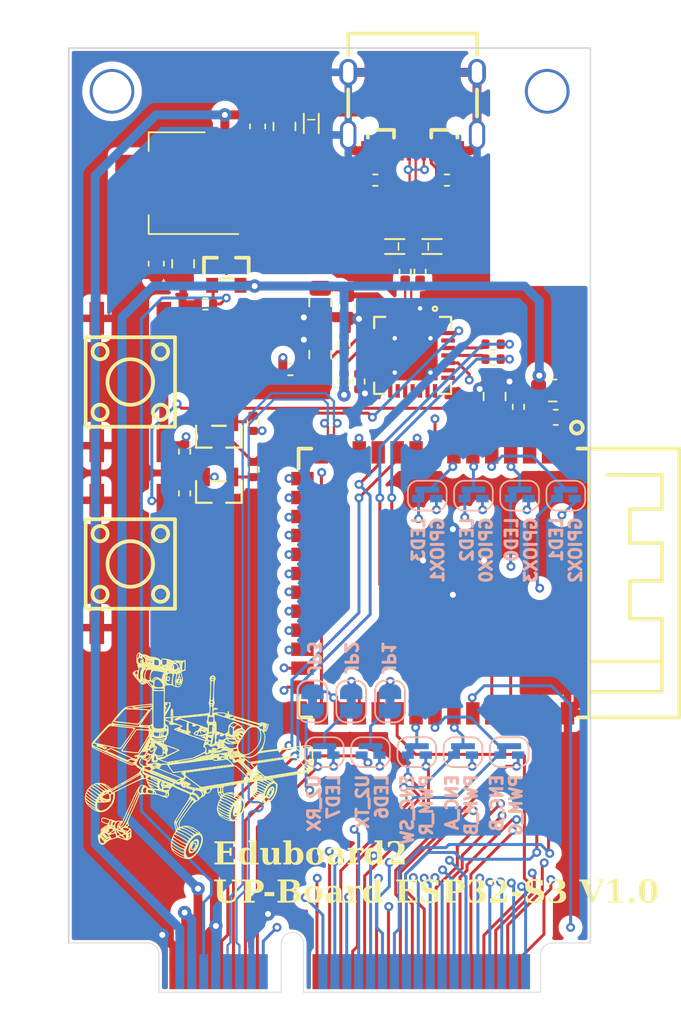
<source format=kicad_pcb>
(kicad_pcb (version 20221018) (generator pcbnew)
  (layers (0 "F.Cu" signal "Front") (1 "In1.Cu" signal) (2 "In2.Cu" signal) (31 "B.Cu" signal "Back") (34 "B.Paste" user) (35 "F.Paste" user) (36 "B.SilkS" user "B.Silkscreen") (37 "F.SilkS" user "F.Silkscreen") (38 "B.Mask" user) (39 "F.Mask" user) (44 "Edge.Cuts" user))
  (property "HW_VERSION" "1.0")
  (net 0 "")
  (net 1 "VBUS")
  (net 2 "+5V")
  (net 3 "ESP_EN")
  (net 4 "Net-(U2-VBUS)")
  (net 5 "ESP_U1_TX")
  (net 6 "ESP_D-")
  (net 7 "ESP_U1_RX")
  (net 8 "ESP_D+")
  (net 9 "ESP_U2_TX")
  (net 10 "D+")
  (net 11 "D-")
  (net 12 "ESP_U2_RX")
  (net 13 "GPIO_RS485_DE")
  (net 14 "GPIO_FLASH_CS")
  (net 15 "~{GPIO_General_Reset}")
  (net 16 "GPIO_SD_CS")
  (net 17 "GPIO_TFT_CS")
  (net 18 "GPIO_TFT_DC")
  (net 19 "GPIO_SCK")
  (net 20 "GPIO_MISO")
  (net 21 "GPIO_MOSI")
  (net 22 "GPIO_WS2812_Data")
  (net 23 "GPIO_SCL")
  (net 24 "GPIO_RotEnc_SW")
  (net 25 "GPIO_SDA")
  (net 26 "ESP_GPIO0")
  (net 27 "GPIOX3")
  (net 28 "GPIOX2")
  (net 29 "GPIOX1")
  (net 30 "GPIOX0")
  (net 31 "GPIO_AN0")
  (net 32 "GPIO_SW0")
  (net 33 "GPIO_PWM_R")
  (net 34 "GND")
  (net 35 "GPIO_SW1")
  (net 36 "GPIO_SW2")
  (net 37 "GPIO_SW3")
  (net 38 "ESP_GPIO39")
  (net 39 "+3V3")
  (net 40 "Net-(USBC1-CC2)")
  (net 42 "Net-(USBC1-CC1)")
  (net 44 "GPIO_PWM_G")
  (net 45 "GPIO_PWM_B")
  (net 46 "GPIO_LED0")
  (net 47 "GPIO_LED1")
  (net 48 "GPIO_LED2")
  (net 49 "GPIO_LED3")
  (net 50 "GPIO_LED4")
  (net 51 "GPIO_LED5")
  (net 52 "GPIO_LED6")
  (net 53 "GPIO_LED7")
  (net 54 "Net-(Q3-D)")
  (net 55 "3.3V_Sense")
  (net 56 "GPIO_Buzzer")
  (net 57 "GPIO_RotEnc_A")
  (net 58 "GPIO_RotEnc_B")
  (net 59 "ESP_GPIO4")
  (net 60 "ESP_GPIO5")
  (net 61 "ESP_GPIO6")
  (net 62 "ESP_GPIO7")
  (net 63 "ESP_GPIO40")
  (net 64 "ESP_GPIO41")
  (net 65 "ESP_GPIO37")
  (net 66 "ESP_GPIO36")
  (net 67 "Net-(Q1-B)")
  (net 68 "USB_UART_RTS")
  (net 69 "Net-(Q1-C)")
  (net 70 "Net-(Q2-B)")
  (net 71 "USB_UART_DTR")
  (net 72 "Net-(Q2-C)")
  (net 73 "Net-(U2-RSTb)")
  (net 74 "Net-(U2-SUSPENDb)")
  (net 75 "ESP_U0_RX")
  (net 76 "Net-(U2-TXD)")
  (net 77 "ESP_U0_TX")
  (net 78 "Net-(U2-RXD)")
  (net 79 "D_N")
  (net 80 "D_P")
  (net 81 "Net-(JP3-A)")
  (net 82 "Net-(JP2-A)")
  (net 83 "Net-(JP1-A)")
  (footprint "EduboardV2_kicadlib:SOT-23-3_L2.9-W1.3-P1.90-LS2.4-BR" (layer "F.Cu") (at 110.6 120.2 90)
    (fp_text reference "Q2" hide)
    (fp_text value "L8050QLT1G")
  )
  (footprint "Resistor_SMD:R_0402_1005Metric" (layer "F.Cu") (at 124.1 109.15 -90)
    (fp_text reference "R32" hide)
    (fp_text value "0R")
  )
  (footprint "Capacitor_SMD:C_0805_2012Metric" (layer "F.Cu") (at 117.4 111.2 90)
    (fp_text reference "C4" hide)
    (fp_text value "4u7")
  )
  (footprint "Resistor_SMD:R_0402_1005Metric" (layer "F.Cu") (at 130.7 118.2 -90)
    (fp_text reference "R2" hide)
    (fp_text value "10k")
  )
  (footprint "Resistor_SMD:R_0402_1005Metric" (layer "F.Cu") (at 129 115 180)
    (fp_text reference "R10" hide)
    (fp_text value "0R")
  )
  (footprint "Capacitor_SMD:C_0603_1608Metric" (layer "F.Cu") (at 119.2 111.5 -90)
    (fp_text reference "C5" hide)
    (fp_text value "100n")
  )
  (footprint "EduboardV2_kicadlib:USB-C-SMD_TYPE-C-USB-17" (layer "F.Cu") (at 123.6 98.4 180)
    (fp_text reference "USBC1" hide)
    (fp_text value "USB3.1C16PFSMT")
  )
  (footprint "Resistor_SMD:R_0402_1005Metric" (layer "F.Cu") (at 129 114 180)
    (fp_text reference "R9" hide)
    (fp_text value "0R")
  )
  (footprint "Resistor_SMD:R_0402_1005Metric" (layer "F.Cu") (at 112.9 119.3 90)
    (fp_text reference "R12" hide)
    (fp_text value "10k")
  )
  (footprint "Resistor_SMD:R_0402_1005Metric" (layer "F.Cu") (at 112.9 122.4 -90)
    (fp_text reference "R11" hide)
    (fp_text value "10k")
  )
  (footprint "Resistor_SMD:R_0402_1005Metric" (layer "F.Cu") (at 108.3 121.2 -90)
    (fp_text reference "R14" hide)
    (fp_text value "0R")
  )
  (footprint "EduboardV2_kicadlib:SOT-23-3_L2.9-W1.3-P1.90-LS2.4-BR" (layer "F.Cu") (at 110.6 123.9 90)
    (fp_text reference "Q1" hide)
    (fp_text value "L8050QLT1G")
  )
  (footprint "Resistor_SMD:R_0402_1005Metric" (layer "F.Cu") (at 120 116.5 90)
    (fp_text reference "R8" hide)
    (fp_text value "10k")
  )
  (footprint "EduboardV2_kicadlib:KEY-SMD_4P-L6.0-W6.0-P4.50-LS9.5-BL" (layer "F.Cu") (at 104.6575 128.7325 180)
    (fp_text reference "SW1" hide)
    (fp_text value "K2-1102SP-C4SC-04")
  )
  (footprint "EduboardV2_kicadlib:mini-PCIe_F1_Full" (layer "F.Cu") (at 115.53 157.4425)
    (fp_text reference "J1" hide)
    (fp_text value "EduboardV2 PCIE UP Board Connector")
    (fp_line (start -15 -63.3) (end -15 -3.3) (stroke (width 0.1)) (layer "Edge.Cuts"))
    (fp_line (start -15 -3.3) (end -9.75 -3.3) (stroke (width 0.05)) (layer "Edge.Cuts"))
    (fp_line (start -8.95 0) (end -8.95 -2.5) (stroke (width 0.05)) (layer "Edge.Cuts"))
    (fp_line (start -0.75 0) (end -8.95 0) (stroke (width 0.05)) (layer "Edge.Cuts"))
    (fp_line (start -0.75 0) (end -0.75 -3.25) (stroke (width 0.05)) (layer "Edge.Cuts"))
    (fp_line (start 0.75 0) (end 0.75 -3.25) (stroke (width 0.05)) (layer "Edge.Cuts"))
    (fp_line (start 0.75 0) (end 16.65 0) (stroke (width 0.05)) (layer "Edge.Cuts"))
    (fp_line (start 16.65 0) (end 16.65 -2.5) (stroke (width 0.05)) (layer "Edge.Cuts"))
    (fp_line (start 17.45 -3.3) (end 20 -3.3) (stroke (width 0.05)) (layer "Edge.Cuts"))
    (fp_line (start 20 -63.3) (end -15 -63.3) (stroke (width 0.1)) (layer "Edge.Cuts"))
    (fp_line (start 20 -3.3) (end 20 -63.3) (stroke (width 0.1)) (layer "Edge.Cuts"))
    (fp_arc (start -9.75 -3.3) (mid -9.184315 -3.065685) (end -8.95 -2.5) (stroke (width 0.05)) (layer "Edge.Cuts"))
    (fp_arc (start -0.75 -3.25) (mid 0 -4) (end 0.75 -3.25) (stroke (width 0.05)) (layer "Edge.Cuts"))
    (fp_arc (start 16.65 -2.5) (mid 16.884315 -3.065685) (end 17.45 -3.3) (stroke (width 0.05)) (layer "Edge.Cuts"))
  )
  (footprint "EduboardV2_kicadlib:SOT-23_L2.9-W1.3-P1.90-LS2.4-BR" (layer "F.Cu") (at 111.1 108.9 -90)
    (fp_text reference "Q3" hide)
    (fp_text value "AO3401A")
  )
  (footprint "Resistor_SMD:R_0402_1005Metric" (layer "F.Cu") (at 119 114 -90)
    (fp_text reference "R4" hide)
    (fp_text value "47k")
  )
  (footprint "Capacitor_SMD:C_0603_1608Metric" (layer "F.Cu") (at 133.2 118.9)
    (fp_text reference "C1" hide)
    (fp_text value "100n")
  )
  (footprint "Resistor_SMD:R_0402_1005Metric" (layer "F.Cu") (at 123.1 109.15 -90)
    (fp_text reference "R31" hide)
    (fp_text value "0R")
  )
  (footprint "Resistor_SMD:R_0402_1005Metric" (layer "F.Cu") (at 115.4 115.7)
    (fp_text reference "R3" hide)
    (fp_text value "22k")
  )
  (footprint "Capacitor_SMD:C_0805_2012Metric" (layer "F.Cu") (at 133 117.1 180)
    (fp_text reference "C2" hide)
    (fp_text value "4u7")
  )
  (footprint "Resistor_SMD:R_0402_1005Metric" (layer "F.Cu") (at 109.7 111.3 180)
    (fp_text reference "R25" hide)
    (fp_text value "2k2")
  )
  (footprint "Capacitor_SMD:C_0805_2012Metric" (layer "F.Cu") (at 115 99.4 90)
    (fp_text reference "C25" hide)
    (fp_text value "4u7")
  )
  (footprint "EduboardV2_kicadlib:SOD-523_L1.2-W0.8-LS1.6-BI" (layer "F.Cu") (at 122.4 107.45)
    (fp_text reference "D3" hide)
    (fp_text value "LESD5D5.0CT1G")
  )
  (footprint "EduboardV2_kicadlib:QFN-28_L5.0-W5.0-P0.50-TL-EP3.3" (layer "F.Cu") (at 123.6 114.75 -90)
    (fp_text reference "U2" hide)
    (fp_text value "CP2102N-A02-GQFN28R")
  )
  (footprint "Capacitor_SMD:C_0603_1608Metric" (layer "F.Cu") (at 106.4 108.6 90)
    (fp_text reference "C28" hide)
    (fp_text value "100n")
  )
  (footprint "Capacitor_SMD:C_0805_2012Metric" (layer "F.Cu") (at 117.4 114.7 -90)
    (fp_text reference "C6" hide)
    (fp_text value "1u")
  )
  (footprint "Capacitor_SMD:C_0603_1608Metric" (layer "F.Cu") (at 113.2 99.4 90)
    (fp_text reference "C26" hide)
    (fp_text value "100n")
  )
  (footprint "Resistor_SMD:R_0402_1005Metric" (layer "F.Cu") (at 119 116.5 -90)
    (fp_text reference "R1" hide)
    (fp_text value "2k2")
  )
  (footprint "Capacitor_SMD:C_0805_2012Metric" (layer "F.Cu") (at 129.1 117.5 -90)
    (fp_text reference "C3" hide)
    (fp_text value "1u")
  )
  (footprint "Resistor_SMD:R_0402_1005Metric" (layer "F.Cu") (at 125.9 103)
    (fp_text reference "R7" hide)
    (fp_text value "10k")
  )
  (footprint "EduboardV2_kicadlib:KEY-SMD_4P-L6.0-W6.0-P4.50-LS9.5-BL" (layer "F.Cu") (at 104.6575 116.5325 180)
    (fp_text reference "SW2" hide)
    (fp_text value "K2-1102SP-C4SC-04")
  )
  (footprint "Capacitor_SMD:C_0805_2012Metric" (layer "F.Cu") (at 108.2 108.6 90)
    (fp_text reference "C27" hide)
    (fp_text value "4u7")
  )
  (footprint "EduboardV2_kicadlib:logo_opportunity" (layer "F.Cu") (at 109.3 141.6)
    (fp_text reference "G***" hide)
    (fp_text value "LOGO" hide)
  )
  (footprint "EduboardV2_kicadlib:logo3" (layer "F.Cu") (at 132.3 104.4)
    (fp_text reference "G***" hide)
    (fp_text value "LOGO" hide)
  )
  (footprint "EduboardV2_kicadlib:SOD-523_L1.2-W0.8-LS1.6-BI" (layer "F.Cu") (at 124.9 107.45 180)
    (fp_text reference "D2" hide)
    (fp_text value "LESD5D5.0CT1G")
  )
  (footprint "EduboardV2_kicadlib:SOD-523_L1.2-W0.8-LS1.6-BI" (layer "F.Cu") (at 116.8 99.2 90)
    (fp_text reference "D1" hide)
    (fp_text value "LESD5D5.0CT1G")
  )
  (footprint "Package_TO_SOT_SMD:SOT-223-3_TabPin2" (layer "F.Cu") (at 107.8 103.2 180)
    (fp_text reference "U5" hide)
    (fp_text value "LD1117S33TR_SOT223")
  )
  (footprint "Resistor_SMD:R_0402_1005Metric" (layer "F.Cu") (at 121.1 103 180)
    (fp_text reference "R6" hide)
    (fp_text value "10k")
  )
  (footprint "EduboardV2_kicadlib:WIRELM-SMD_ESP32-S3-WROOM-1" (layer "F.Cu") (at 125.1 130 -90)
    (fp_text reference "U1" hide)
    (fp_text value "ESP32-S3-WROOM-1(N8R2)")
  )
  (footprint "Resistor_SMD:R_0402_1005Metric" (layer "F.Cu") (at 108.3 124 90)
    (fp_text reference "R13" hide)
    (fp_text value "0R")
  )
  (footprint "Jumper:SolderJumper-2_P1.3mm_Bridged_RoundedPad1.0x1.5mm" (layer "B.Cu") (at 119.48 137.95 -90)
    (fp_text reference "JP2" hide)
    (fp_text value "SolderJumper_2_Bridged")
  )
  (footprint "Jumper:SolderJumper-2_P1.3mm_Bridged_RoundedPad1.0x1.5mm" (layer "B.Cu") (at 122.08 137.95 -90)
    (fp_text reference "JP1" hide)
    (fp_text value "SolderJumper_2_Bridged")
  )
  (footprint "EduboardV2_kicadlib:SolderJumper_Small-3_bridged12" (layer "B.Cu") (at 127.68 124.15)
    (fp_text reference "JP7" hide)
    (fp_text value "SolderJumper_3_Bridged12" hide)
  )
  (footprint "EduboardV2_kicadlib:SolderJumper_Small-3_bridged12" (layer "B.Cu") (at 124.58 124.15)
    (fp_text reference "JP8" hide)
    (fp_text value "SolderJumper_3_Bridged12" hide)
  )
  (footprint "EduboardV2_kicadlib:SolderJumper_Small-3_bridged12" (layer "B.Cu") (at 130.78 124.15)
    (fp_text reference "JP5" hide)
    (fp_text value "SolderJumper_3_Bridged12" hide)
  )
  (footprint "Jumper:SolderJumper-2_P1.3mm_Bridged_RoundedPad1.0x1.5mm" (layer "B.Cu") (at 116.88 137.95 -90)
    (fp_text reference "JP3" hide)
    (fp_text value "SolderJumper_2_Bridged")
  )
  (footprint "EduboardV2_kicadlib:SolderJumper_Small-3_bridged23" (layer "B.Cu") (at 117.68 141.35)
    (fp_text reference "JP12" hide)
    (fp_text value "SolderJumper_3_Bridged12" hide)
  )
  (footprint "EduboardV2_kicadlib:SolderJumper_Small-3_bridged12" (layer "B.Cu") (at 133.88 124.15)
    (fp_text reference "JP6" hide)
    (fp_text value "SolderJumper_3_Bridged12" hide)
  )
  (footprint "EduboardV2_kicadlib:SolderJumper_Small-3_bridged23" (layer "B.Cu") (at 120.78 141.35)
    (fp_text reference "JP11" hide)
    (fp_text value "SolderJumper_3_Bridged12" hide)
  )
  (footprint "EduboardV2_kicadlib:SolderJumper_Small-3_bridged12" (layer "B.Cu") (at 126.98 141.35)
    (fp_text reference "JP10" hide)
    (fp_text value "SolderJumper_3_Bridged12" hide)
  )
  (footprint "EduboardV2_kicadlib:SolderJumper_Small-3_bridged12" (layer "B.Cu") (at 130.08 141.35)
    (fp_text reference "JP9" hide)
    (fp_text value "SolderJumper_3_Bridged12" hide)
  )
  (footprint "EduboardV2_kicadlib:SolderJumper_Small-3_bridged12" (layer "B.Cu") (at 123.88 141.35)
    (fp_text reference "JP4" hide)
    (fp_text value "SolderJumper_3_Bridged12" hide)
  )
  (gr_text "U2_RX\nLED7" (at 118.75 142.75 90) (layer "B.SilkS") (effects (font (size 0.8 0.8) (thickness 0.2) bold) (justify left bottom mirror)))
  (gr_text "LED1\nGPIOX2" (at 135 125.5 90) (layer "B.SilkS") (effects (font (size 0.8 0.8) (thickness 0.2) bold) (justify left bottom mirror)))
  (gr_text "ENC_B\nPWM_G" (at 131 142.75 90) (layer "B.SilkS") (effects (font (size 0.8 0.8) (thickness 0.2) bold) (justify left bottom mirror)))
  (gr_text "ENC_A\nPWM_B" (at 128 142.75 90) (layer "B.SilkS") (effects (font (size 0.8 0.8) (thickness 0.2) bold) (justify left bottom mirror)))
  (gr_text "JP2" (at 119 136.25 270) (layer "B.SilkS") (effects (font (size 0.8 0.8) (thickness 0.2) bold) (justify left bottom mirror)))
  (gr_text "LED0\nGPIOX3" (at 132 125.5 90) (layer "B.SilkS") (effects (font (size 0.8 0.8) (thickness 0.2) bold) (justify left bottom mirror)))
  (gr_text "JP3" (at 116.5 136.25 270) (layer "B.SilkS") (effects (font (size 0.8 0.8) (thickness 0.2) bold) (justify left bottom mirror)))
  (gr_text "U2_TX\nLED6" (at 122 142.75 90) (layer "B.SilkS") (effects (font (size 0.8 0.8) (thickness 0.2) bold) (justify left bottom mirror)))
  (gr_text "LED2\nGPIOX0" (at 129 125.5 90) (layer "B.SilkS") (effects (font (size 0.8 0.8) (thickness 0.2) bold) (justify left bottom mirror)))
  (gr_text "LED3\nGPIOX1" (at 125.75 125.5 90) (layer "B.SilkS") (effects (font (size 0.8 0.8) (thickness 0.2) bold) (justify left bottom mirror)))
  (gr_text "ENC_SW\nPWM_R" (at 125 142.75 90) (layer "B.SilkS") (effects (font (size 0.8 0.8) (thickness 0.2) bold) (justify left bottom mirror)))
  (gr_text "JP1" (at 121.5 136.25 270) (layer "B.SilkS") (effects (font (size 0.8 0.8) (thickness 0.2) bold) (justify left bottom mirror)))
  (gr_text "Eduboard2\nUP-Board ESP32-S3 V${HW_VERSION}" (at 110.2 151.7) (layer "F.SilkS") (effects (font (size 1.524 1.524) (thickness 0.3048) bold italic) (justify left bottom)))
  (segment (start 121.7 99.678148) (end 121.7 98.435) (width 0.6) (layer "F.Cu") (net 1))
  (segment (start 121.2 101.03) (end 121.2 100.178148) (width 0.6) (layer "F.Cu") (net 1))
  (segment (start 116.8 98.45) (end 115 98.45) (width 0.6) (layer "F.Cu") (net 1))
  (segment (start 114.89 114.91) (end 114.9 114.9) (width 0.6) (layer "F.Cu") (net 1))
  (segment (start 124.235 98.435) (end 121.7 98.435) (width 0.6) (layer "F.Cu") (net 1))
  (segment (start 115 98.45) (end 113.375 98.45) (width 0.6) (layer "F.Cu") (net 1))
  (segment (start 113.375 98.45) (end 113.2 98.625) (width 0.6) (layer "F.Cu") (net 1))
  (segment (start 126 101.03) (end 126 100.2) (width 0.6) (layer "F.Cu") (net 1))
  (segment (start 126 100.2) (end 124.235 98.435) (width 0.6) (layer "F.Cu") (net 1))
  (segment (start 121.2 100.178148) (end 121.7 99.678148) (width 0.6) (layer "F.Cu") (net 1))
  (segment (start 114.89 115.7) (end 114.89 114.91) (width 0.6) (layer "F.Cu") (net 1))
  (segment (start 111 98.625) (end 111 100.9) (width 0.6) (layer "F.Cu") (net 1))
  (segment (start 111 100.9) (end 110.95 100.9) (width 0.6) (layer "F.Cu") (net 1))
  (segment (start 113.2 98.625) (end 111 98.625) (width 0.6) (layer "F.Cu") (net 1))
  (segment (start 116.815 98.435) (end 116.8 98.45) (width 0.6) (layer "F.Cu") (net 1))
  (segment (start 121.7 98.435) (end 116.815 98.435) (width 0.6) (layer "F.Cu") (net 1))
  (via (at 114.9 114.9) (size 0.6) (drill 0.3) (layers "F.Cu" "B.Cu") (net 1))
  (via (at 111 98.625) (size 0.9) (drill 0.4) (layers "F.Cu" "B.Cu") (net 1))
  (segment (start 107.98 153.18) (end 107.98 156.0675) (width 0.6) (layer "B.Cu") (net 1))
  (segment (start 111 98.625) (end 106.375 98.625) (width 0.6) (layer "B.Cu") (net 1))
  (segment (start 102.3 102.7) (end 102.3 147.5) (width 0.6) (layer "B.Cu") (net 1))
  (segment (start 106.375 98.625) (end 102.3 102.7) (width 0.6) (layer "B.Cu") (net 1))
  (segment (start 102.3 147.5) (end 107.98 153.18) (width 0.6) (layer "B.Cu") (net 1))
  (segment (start 108.38 156.0675) (end 108.38 152.18) (width 0.6) (layer "F.Cu") (net 2))
  (segment (start 108.38 152.18) (end 108.3 152.1) (width 0.6) (layer "F.Cu") (net 2))
  (via (at 108.3 152.1) (size 0.9) (drill 0.4) (layers "F.Cu" "B.Cu") (net 2))
  (segment (start 108.3 152.1) (end 108.78 152.58) (width 0.6) (layer "B.Cu") (net 2))
  (segment (start 108.78 152.58) (end 108.78 156.0675) (width 0.6) (layer "B.Cu") (net 2))
  (segment (start 131.45 119.46) (end 131.45 121.25) (width 0.6) (layer "F.Cu") (net 3))
  (segment (start 129.1 118.45) (end 128.943 118.293) (width 0.2) (layer "F.Cu") (net 3))
  (segment (start 129.1 118.45) (end 130.44 118.45) (width 0.6) (layer "F.Cu") (net 3))
  (segment (start 108.093 118.293) (end 107.8 118) (width 0.2) (layer "F.Cu") (net 3))
  (segment (start 130.7 118.71) (end 131.45 119.46) (width 0.6) (layer "F.Cu") (net 3))
  (segment (start 106.87 124.5) (end 106.9075 124.4625) (width 0.2) (layer "F.Cu") (net 3))
  (segment (start 106.1 124.5) (end 106.87 124.5) (width 0.2) (layer "F.Cu") (net 3))
  (segment (start 128.943 118.293) (end 108.093 118.293) (width 0.2) (layer "F.Cu") (net 3))
  (segment (start 130.44 118.45) (end 130.7 118.71) (width 0.6) (layer "F.Cu") (net 3))
  (segment (start 106.9075 133.0025) (end 106.9075 124.4625) (width 0.6) (layer "F.Cu") (net 3))
  (segment (start 108.3 124.51) (end 106.955 124.51) (width 0.6) (layer "F.Cu") (net 3))
  (segment (start 106.955 124.51) (end 106.9075 124.4625) (width 0.6) (layer "F.Cu") (net 3))
  (via (at 106.1 124.5) (size 0.6) (drill 0.3) (layers "F.Cu" "B.Cu") (net 3))
  (via (at 107.8 118) (size 0.6) (drill 0.3) (layers "F.Cu" "B.Cu") (net 3))
  (segment (start 107.8 118) (end 106.1 119.7) (width 0.2) (layer "B.Cu") (net 3))
  (segment (start 106.1 119.7) (end 106.1 124.5) (width 0.2) (layer "B.Cu") (net 3))
  (segment (start 118.54 114.51) (end 117.4 115.65) (width 0.2) (layer "F.Cu") (net 4))
  (segment (start 119 114.51) (end 118.54 114.51) (width 0.2) (layer "F.Cu") (net 4))
  (segment (start 117.4 115.65) (end 115.96 115.65) (width 0.2) (layer "F.Cu") (net 4))
  (segment (start 120.26 113.25) (end 119 114.51) (width 0.2) (layer "F.Cu") (net 4))
  (segment (start 115.96 115.65) (end 115.91 115.7) (width 0.2) (layer "F.Cu") (net 4))
  (segment (start 121.22 113.25) (end 120.26 113.25) (width 0.2) (layer "F.Cu") (net 4))
  (segment (start 122.56 121.74) (end 120 124.3) (width 0.2) (layer "F.Cu") (net 5))
  (segment (start 111.2 145) (end 111.2 153.6) (width 0.2) (layer "F.Cu") (net 5))
  (segment (start 110.78 154.02) (end 110.78 156.0675) (width 0.2) (layer "F.Cu") (net 5))
  (segment (start 111.2 153.6) (end 110.78 154.02) (width 0.2) (layer "F.Cu") (net 5))
  (segment (start 115.3 140.9) (end 111.2 145) (width 0.2) (layer "F.Cu") (net 5))
  (segment (start 122.56 121.25) (end 122.56 121.74) (width 0.2) (layer "F.Cu") (net 5))
  (via (at 115.3 140.9) (size 0.6) (drill 0.3) (layers "F.Cu" "B.Cu") (net 5))
  (via (at 120 124.3) (size 0.6) (drill 0.3) (layers "F.Cu" "B.Cu") (net 5))
  (segment (start 115.5 136.5) (end 115.5 140.7) (width 0.2) (layer "B.Cu") (net 5))
  (segment (start 120 124.3) (end 120 132) (width 0.2) (layer "B.Cu") (net 5))
  (segment (start 120 132) (end 115.5 136.5) (width 0.2) (layer "B.Cu") (net 5))
  (segment (start 115.5 140.7) (end 115.3 140.9) (width 0.2) (layer "B.Cu") (net 5))
  (segment (start 118.75 121.25) (end 118.318201 120.818201) (width 0.1524) (layer "F.Cu") (net 6))
  (segment (start 118.318201 119.523799) (end 118.542 119.3) (width 0.1524) (layer "F.Cu") (net 6))
  (segment (start 118.318201 120.818201) (end 118.318201 119.523799) (width 0.1524) (layer "F.Cu") (net 6))
  (via (at 118.542 119.3) (size 0.6) (drill 0.3) (layers "F.Cu" "B.Cu") (net 6))
  (segment (start 118.318201 117.830831) (end 117.78417 117.2968) (width 0.1524) (layer "B.Cu") (net 6))
  (segment (start 111.3768 151.03583) (end 111.3768 154.108199) (width 0.1524) (layer "B.Cu") (net 6))
  (segment (start 111.3768 154.108199) (end 111.18 154.304999) (width 0.1524) (layer "B.Cu") (net 6))
  (segment (start 112.1968 119.21583) (end 112.1968 150.21583) (width 0.1524) (layer "B.Cu") (net 6))
  (segment (start 118.542 119.3) (end 118.318201 119.076201) (width 0.1524) (layer "B.Cu") (net 6))
  (segment (start 117.78417 117.2968) (end 114.11583 117.2968) (width 0.1524) (layer "B.Cu") (net 6))
  (segment (start 111.18 154.304999) (end 111.18 156.0675) (width 0.1524) (layer "B.Cu") (net 6))
  (segment (start 112.1968 150.21583) (end 111.3768 151.03583) (width 0.1524) (layer "B.Cu") (net 6))
  (segment (start 118.318201 119.076201) (end 118.318201 117.830831) (width 0.1524) (layer "B.Cu") (net 6))
  (segment (start 114.11583 117.2968) (end 112.1968 119.21583) (width 0.1524) (layer "B.Cu") (net 6))
  (segment (start 111.58 156.0675) (end 111.58 145.72) (width 0.2) (layer "F.Cu") (net 7))
  (segment (start 121.29 121.25) (end 121.29 122.11) (width 0.2) (layer "F.Cu") (net 7))
  (segment (start 111.58 145.72) (end 115.7 141.6) (width 0.2) (layer "F.Cu") (net 7))
  (segment (start 121.29 122.11) (end 120 123.4) (width 0.2) (layer "F.Cu") (net 7))
  (via (at 115.7 141.6) (size 0.6) (drill 0.3) (layers "F.Cu" "B.Cu") (net 7))
  (via (at 120 123.4) (size 0.6) (drill 0.3) (layers "F.Cu" "B.Cu") (net 7))
  (segment (start 115.903 136.958742) (end 120.75 132.111742) (width 0.2) (layer "B.Cu") (net 7))
  (segment (start 120.75 132.111742) (end 120.75 124.15) (width 0.2) (layer "B.Cu") (net 7))
  (segment (start 115.903 141.397) (end 115.903 136.958742) (width 0.2) (layer "B.Cu") (net 7))
  (segment (start 115.7 141.6) (end 115.903 141.397) (width 0.2) (layer "B.Cu") (net 7))
  (segment (start 120.75 124.15) (end 120 123.4) (width 0.2) (layer "B.Cu") (net 7))
  (segment (start 117.911799 120.818201) (end 117.911799 119.523799) (width 0.1524) (layer "F.Cu") (net 8))
  (segment (start 117.48 121.25) (end 117.911799 120.818201) (width 0.1524) (layer "F.Cu") (net 8))
  (segment (start 117.911799 119.523799) (end 117.688 119.3) (width 0.1524) (layer "F.Cu") (net 8))
  (via (at 117.688 119.3) (size 0.6) (drill 0.3) (layers "F.Cu" "B.Cu") (net 8))
  (segment (start 112.6032 119.38417) (end 114.28417 117.7032) (width 0.1524) (layer "B.Cu") (net 8))
  (segment (start 111.98 156.0675) (end 111.98 154.304999) (width 0.1524) (layer "B.Cu") (net 8))
  (segment (start 111.7832 154.108199) (end 111.7832 151.20417) (width 0.1524) (layer "B.Cu") (net 8))
  (segment (start 112.6032 150.38417) (end 112.6032 145.6) (width 0.1524) (layer "B.Cu") (net 8))
  (segment (start 114.28417 117.7032) (end 117.61583 117.7032) (width 0.1524) (layer "B.Cu") (net 8))
  (segment (start 113.234057 144.7) (end 112.9032 144.7) (width 0.1524) (layer "B.Cu") (net 8))
  (segment (start 112.6032 144.4) (end 112.6032 140.15) (width 0.1524) (layer "B.Cu") (net 8))
  (segment (start 111.7832 151.20417) (end 112.6032 150.38417) (width 0.1524) (layer "B.Cu") (net 8))
  (segment (start 111.98 154.304999) (end 111.7832 154.108199) (width 0.1524) (layer "B.Cu") (net 8))
  (segment (start 112.9032 145.3) (end 113.234057 145.3) (width 0.1524) (layer "B.Cu") (net 8))
  (segment (start 112.6032 140.15) (end 112.6032 119.38417) (width 0.1524) (layer "B.Cu") (net 8))
  (segment (start 117.61583 117.7032) (end 117.911799 117.999169) (width 0.1524) (layer "B.Cu") (net 8))
  (segment (start 117.911799 119.076201) (end 117.688 119.3) (width 0.1524) (layer "B.Cu") (net 8))
  (segment (start 117.911799 117.999169) (end 117.911799 119.076201) (width 0.1524) (layer "B.Cu") (net 8))
  (arc (start 113.234057 145.3) (mid 113.446189 145.212132) (end 113.534057 145) (width 0.1524) (layer "B.Cu") (net 8))
  (arc (start 112.9032 144.7) (mid 112.691068 144.612132) (end 112.6032 144.4) (width 0.1524) (layer "B.Cu") (net 8))
  (arc (start 112.6032 145.6) (mid 112.691068 145.387868) (end 112.9032 145.3) (width 0.1524) (layer "B.Cu") (net 8))
  (arc (start 113.534057 145) (mid 113.446189 144.787868) (end 113.234057 144.7) (width 0.1524) (layer "B.Cu") (net 8))
  (segment (start 112.38 145.92) (end 116.7 141.6) (width 0.2) (layer "F.Cu") (net 9))
  (segment (start 120.144584 141.6) (end 120.600505 142.055921) (width 0.2) (layer "F.Cu") (net 9))
  (segment (start 112.38 156.0675) (end 112.38 145.92) (width 0.2) (layer "F.Cu") (net 9))
  (segment (start 116.7 141.6) (end 120.144584 141.6) (width 0.2) (layer "F.Cu") (net 9))
  (via (at 120.600505 142.055921) (size 0.6) (drill 0.3) (layers "F.Cu" "B.Cu") (net 9))
  (segment (start 120.18 141.635416) (end 120.600505 142.055921) (width 0.2) (layer "B.Cu") (net 9))
  (segment (start 120.18 141.55) (end 120.18 141.635416) (width 0.2) (layer "B.Cu") (net 9))
  (segment (start 122.85 101.03) (end 122.85 100.15) (width 0.15) (layer "F.Cu") (net 10))
  (segment (start 123.803201 108.343201) (end 124.1 108.64) (width 0.1524) (layer "F.Cu") (net 10))
  (segment (start 122.85 100.15) (end 122.9 100.1) (width 0.15) (layer "F.Cu") (net 10))
  (segment (start 122.9 100.1) (end 123.8 100.1) (width 0.15) (layer "F.Cu") (net 10))
  (segment (start 123.8 100.1) (end 123.85 100.15) (width 0.15) (layer "F.Cu") (net 10))
  (segment (start 123.803201 101.076799) (end 123.803201 108.343201) (width 0.1524) (layer "F.Cu") (net 10))
  (segment (start 123.85 101.03) (end 123.803201 101.076799) (width 0.1524) (layer "F.Cu") (net 10))
  (segment (start 123.85 100.15) (end 123.85 101.03) (width 0.15) (layer "F.Cu") (net 10))
  (segment (start 124.35 101.03) (end 124.35 102.25) (width 0.15) (layer "F.Cu") (net 11))
  (segment (start 124.35 102.25) (end 124.4 102.3) (width 0.15) (layer "F.Cu") (net 11))
  (segment (start 123.35 101.03) (end 123.396799 101.076799) (width 0.1524) (layer "F.Cu") (net 11))
  (segment (start 123.396799 108.343201) (end 123.1 108.64) (width 0.1524) (layer "F.Cu") (net 11))
  (segment (start 123.396799 101.076799) (end 123.396799 108.343201) (width 0.1524) (layer "F.Cu") (net 11))
  (via (at 123.3 102.3) (size 0.6) (drill 0.3) (layers "F.Cu" "B.Cu") (net 11))
  (via (at 124.4 102.3) (size 0.6) (drill 0.3) (layers "F.Cu" "B.Cu") (net 11))
  (segment (start 123.3 102.3) (end 124.4 102.3) (width 0.15) (layer "B.Cu") (net 11))
  (segment (start 113.18 146.3703) (end 117.2265 142.3238) (width 0.2) (layer "F.Cu") (net 12))
  (segment (start 113.18 156.0675) (end 113.18 146.3703) (width 0.2) (layer "F.Cu") (net 12))
  (via (at 117.2265 142.3238) (size 0.6) (drill 0.3) (layers "F.Cu" "B.Cu") (net 12))
  (segment (start 117.08 142.1773) (end 117.2265 142.3238) (width 0.2) (layer "B.Cu") (net 12))
  (segment (start 117.08 141.55) (end 117.08 142.1773) (width 0.2) (layer "B.Cu") (net 12))
  (segment (start 127.6 137.7) (end 127.6 138.71) (width 0.2) (layer "F.Cu") (net 13))
  (segment (start 127.6 138.71) (end 127.64 138.75) (width 0.2) (layer "F.Cu") (net 13))
  (via (at 114.5 153.1) (size 0.6) (drill 0.3) (layers "F.Cu" "B.Cu") (net 13))
  (via (at 134.2 153.1) (size 0.6) (drill 0.3) (layers "F.Cu" "B.Cu") (net 13))
  (via (at 127.6 137.7) (size 0.6) (drill 0.3) (layers "F.Cu" "B.Cu") (net 13))
  (segment (start 113.58 154.02) (end 114.5 153.1) (width 0.2) (layer "B.Cu") (net 13))
  (segment (start 134.2 153.1) (end 134.2 138.2) (width 0.2) (layer "B.Cu") (net 13))
  (segment (start 134.2 138.2) (end 132.9 136.9) (width 0.2) (layer "B.Cu") (net 13))
  (segment (start 128.4 136.9) (end 127.6 137.7) (width 0.2) (layer "B.Cu") (net 13))
  (segment (start 113.58 156.0675) (end 113.58 154.02) (width 0.2) (layer "B.Cu") (net 13))
  (segment (start 132.9 136.9) (end 128.4 136.9) (width 0.2) (layer "B.Cu") (net 13))
  (segment (start 117.18 156.0675) (end 117.18 149.82) (width 0.2) (layer "F.Cu") (net 14))
  (segment (start 115.3 123) (end 116.2 123) (width 0.2) (layer "F.Cu") (net 14))
  (segment (start 116.2 123) (end 116.21 123.01) (width 0.2) (layer "F.Cu") (net 14))
  (segment (start 117.18 149.82) (end 117.2 149.8) (width 0.2) (layer "F.Cu") (net 14))
  (via (at 115.3 123) (size 0.6) (drill 0.3) (layers "F.Cu" "B.Cu") (net 14))
  (via (at 117.2 149.8) (size 0.6) (drill 0.3) (layers "F.Cu" "B.Cu") (net 14))
  (segment (start 120 120.3) (end 120 121.23) (width 0.2) (layer "F.Cu") (net 15))
  (segment (start 120 121.23) (end 120.02 121.25) (width 0.2) (layer "F.Cu") (net 15))
  (via (at 116.4 151.1) (size 0.6) (drill 0.3) (layers "F.Cu" "B.Cu") (net 15))
  (via (at 120 120.3) (size 0.6) (drill 0.3) (layers "F.Cu" "B.Cu") (net 15))
  (segment (start 117.58 152.28) (end 116.4 151.1) (width 0.2) (layer "B.Cu") (net 15))
  (segment (start 117.58 156.0675) (end 117.58 152.28) (width 0.2) (layer "B.Cu") (net 15))
  (segment (start 116.21 126.82) (end 115.32 126.82) (width 0.2) (layer "F.Cu") (net 16))
  (segment (start 118 148) (end 118.0265 148.0265) (width 0.2) (layer "F.Cu") (net 16))
  (segment (start 118.0265 156.021) (end 117.98 156.0675) (width 0.2) (layer "F.Cu") (net 16))
  (segment (start 115.32 126.82) (end 115.3 126.8) (width 0.2) (layer "F.Cu") (net 16))
  (segment (start 118.0265 148.0265) (end 118.0265 156.021) (width 0.2) (layer "F.Cu") (net 16))
  (via (at 118 148) (size 0.6) (drill 0.3) (layers "F.Cu" "B.Cu") (net 16))
  (via (at 115.3 126.8) (size 0.6) (drill 0.3) (layers "F.Cu" "B.Cu") (net 16))
  (segment (start 115.31 128.09) (end 115.3 128.1) (width 0.2) (layer "F.Cu") (net 17))
  (segment (start 116.21 128.09) (end 115.31 128.09) (width 0.2) (layer "F.Cu") (net 17))
  (via (at 118.7 148.6) (size 0.6) (drill 0.3) (layers "F.Cu" "B.Cu") (net 17))
  (via (at 115.3 128.1) (size 0.6) (drill 0.3) (layers "F.Cu" "B.Cu") (net 17))
  (segment (start 118.38 148.92) (end 118.38 156.0675) (width 0.2) (layer "B.Cu") (net 17))
  (segment (start 118.7 148.6) (end 118.38 148.92) (width 0.2) (layer "B.Cu") (net 17))
  (segment (start 123.9 120.3) (end 123.9 121.18) (width 0.2) (layer "F.Cu") (net 18))
  (segment (start 123.9 121.18) (end 123.83 121.25) (width 0.2) (layer "F.Cu") (net 18))
  (via (at 119.3065 151.067563) (size 0.6) (drill 0.3) (layers "F.Cu" "B.Cu") (net 18))
  (via (at 123.9 120.3) (size 0.6) (drill 0.3) (layers "F.Cu" "B.Cu") (net 18))
  (segment (start 119.18 156.0675) (end 119.18 151.194063) (width 0.2) (layer "B.Cu") (net 18))
  (segment (start 119.18 151.194063) (end 119.3065 151.067563) (width 0.2) (layer "B.Cu") (net 18))
  (segment (start 116.21 131.9) (end 115.3 131.9) (width 0.2) (layer "F.Cu") (net 19))
  (via (at 119.673353 146.526647) (size 0.6) (drill 0.3) (layers "F.Cu" "B.Cu") (net 19))
  (via (at 115.3 131.9) (size 0.6) (drill 0.3) (layers "F.Cu" "B.Cu") (net 19))
  (segment (start 119.98 146.833294) (end 119.673353 146.526647) (width 0.2) (layer "B.Cu") (net 19))
  (segment (start 119.98 156.0675) (end 119.98 146.833294) (width 0.2) (layer "B.Cu") (net 19))
  (segment (start 115.33 129.37) (end 115.3 129.4) (width 0.2) (layer "F.Cu") (net 20))
  (segment (start 116.21 129.37) (end 115.33 129.37) (width 0.2) (layer "F.Cu") (net 20))
  (via (at 115.3 129.4) (size 0.6) (drill 0.3) (layers "F.Cu" "B.Cu") (net 20))
  (via (at 120.990286 148.292556) (size 0.6) (drill 0.3) (layers "F.Cu" "B.Cu") (net 20))
  (segment (start 120.78 148.502842) (end 120.990286 148.292556) (width 0.2) (layer "B.Cu") (net 20))
  (segment (start 120.78 156.0675) (end 120.78 148.502842) (width 0.2) (layer "B.Cu") (net 20))
  (segment (start 115.33 130.63) (end 115.3 130.6) (width 0.2) (layer "F.Cu") (net 21))
  (segment (start 116.21 130.63) (end 115.33 130.63) (width 0.2) (layer "F.Cu") (net 21))
  (via (at 115.3 130.6) (size 0.6) (drill 0.3) (layers "F.Cu" "B.Cu") (net 21))
  (via (at 122.037992 148.741587) (size 0.6) (drill 0.3) (layers "F.Cu" "B.Cu") (net 21))
  (segment (start 122.037992 150.362008) (end 122.037992 148.741587) (width 0.2) (layer "B.Cu") (net 21))
  (segment (start 121.2 153.12) (end 121.2 151.2) (width 0.2) (layer "B.Cu") (net 21))
  (segment (start 121.58 153.5) (end 121.2 153.12) (width 0.2) (layer "B.Cu") (net 21))
  (segment (start 121.2 151.2) (end 122.037992 150.362008) (width 0.2) (layer "B.Cu") (net 21))
  (segment (start 121.58 156.0675) (end 121.58 153.5) (width 0.2) (layer "B.Cu") (net 21))
  (segment (start 121.98 151.72) (end 122 151.7) (width 0.2) (layer "F.Cu") (net 22))
  (segment (start 125.1 121.25) (end 125.1 119) (width 0.2) (layer "F.Cu") (net 22))
  (segment (start 121.98 156.0675) (end 121.98 151.72) (width 0.2) (layer "F.Cu") (net 22))
  (via (at 125.1 119) (size 0.6) (drill 0.3) (layers "F.Cu" "B.Cu") (net 22))
  (via (at 122 151.7) (size 0.6) (drill 0.3) (layers "F.Cu" "B.Cu") (net 22))
  (segment (start 132.72 138.75) (end 132.72 148.05905) (width 0.2) (layer "F.Cu") (net 23))
  (segment (start 132.72 148.05905) (end 132.799448 148.138498) (width 0.2) (layer "F.Cu") (net 23))
  (via (at 132.799448 148.138498) (size 0.6) (drill 0.3) (layers "F.Cu" "B.Cu") (net 23))
  (segment (start 126.039416 147.543498) (end 132.204448 147.543498) (width 0.2) (layer "B.Cu") (net 23))
  (segment (start 132.204448 147.543498) (end 132.799448 148.138498) (width 0.2) (layer "B.Cu") (net 23))
  (segment (start 122.38 156.0675) (end 122.38 153.50625) (width 0.2) (layer "B.Cu") (net 23))
  (segment (start 122.7 149.2) (end 124.15182 147.74818) (width 0.2) (layer "B.Cu") (net 23))
  (segment (start 122.7 153.18625) (end 122.7 149.2) (width 0.2) (layer "B.Cu") (net 23))
  (segment (start 122.38 153.50625) (end 122.7 153.18625) (width 0.2) (layer "B.Cu") (net 23))
  (segment (start 124.15182 147.74818) (end 125.834734 147.74818) (width 0.2) (layer "B.Cu") (net 23))
  (segment (start 125.834734 147.74818) (end 126.039416 147.543498) (width 0.2) (layer "B.Cu") (net 23))
  (segment (start 120.38 149.647426) (end 124.333446 145.69398) (width 0.2) (layer "F.Cu") (net 24))
  (segment (start 124.333446 145.69398) (end 124.333446 144.053446) (width 0.2) (layer "F.Cu") (net 24))
  (segment (start 120.38 156.0675) (end 120.38 149.647426) (width 0.2) (layer "F.Cu") (net 24))
  (segment (start 124.333446 144.053446) (end 123.28 143) (width 0.2) (layer "F.Cu") (net 24))
  (via (at 123.28 143) (size 0.6) (drill 0.3) (layers "F.Cu" "B.Cu") (net 24))
  (segment (start 123.28 141.55) (end 123.28 143) (width 0.2) (layer "B.Cu") (net 24))
  (segment (start 131.45 138.75) (end 131.931411 139.231411) (width 0.2) (layer "F.Cu") (net 25))
  (segment (start 131.931411 139.231411) (end 131.931411 148.069998) (width 0.2) (layer "F.Cu") (net 25))
  (via (at 131.931411 148.069998) (size 0.6) (drill 0.3) (layers "F.Cu" "B.Cu") (net 25))
  (segment (start 123.18 150.030856) (end 123.121768 149.972624) (width 0.2) (layer "B.Cu") (net 25))
  (segment (start 123.47196 149.22804) (end 124.625319 148.074681) (width 0.2) (layer "B.Cu") (net 25))
  (segment (start 126.425015 148.075406) (end 126.878561 148.528952) (width 0.2) (layer "B.Cu") (net 25))
  (segment (start 123.18 156.0675) (end 123.18 150.030856) (width 0.2) (layer "B.Cu") (net 25))
  (segment (start 124.625319 148.074681) (end 126.364823 148.074681) (width 0.2) (layer "B.Cu") (net 25))
  (segment (start 123.121768 149.972624) (end 123.121768 149.536456) (width 0.2) (layer "B.Cu") (net 25))
  (segment (start 131.472457 148.528952) (end 131.931411 148.069998) (width 0.2) (layer "B.Cu") (net 25))
  (segment (start 126.364823 148.074681) (end 126.365548 148.075406) (width 0.2) (layer "B.Cu") (net 25))
  (segment (start 126.878561 148.528952) (end 131.472457 148.528952) (width 0.2) (layer "B.Cu") (net 25))
  (segment (start 123.121768 149.536456) (end 123.430184 149.22804) (width 0.2) (layer "B.Cu") (net 25))
  (segment (start 123.430184 149.22804) (end 123.47196 149.22804) (width 0.2) (layer "B.Cu") (net 25))
  (segment (start 126.365548 148.075406) (end 126.425015 148.075406) (width 0.2) (layer "B.Cu") (net 25))
  (segment (start 106.9075 120.8025) (end 108.1875 120.8025) (width 0.6) (layer "F.Cu") (net 26))
  (segment (start 117.48 122.62) (end 117.5 122.6) (width 0.2) (layer "F.Cu") (net 26))
  (segment (start 108.4 120.59) (end 108.3 120.69) (width 0.2) (layer "F.Cu") (net 26))
  (segment (start 106.9075 120.8025) (end 106.9075 112.2625) (width 0.6) (layer "F.Cu") (net 26))
  (segment (start 108.4 120.2) (end 108.4 120.59) (width 0.2) (layer "F.Cu") (net 26))
  (segment (start 117.48 138.75) (end 117.48 122.62) (width 0.2) (layer "F.Cu") (net 26))
  (segment (start 108.1875 120.8025) (end 108.3 120.69) (width 0.6) (layer "F.Cu") (net 26))
  (via (at 123.648268 149.75454) (size 0.6) (drill 0.3) (layers "F.Cu" "B.Cu") (net 26))
  (via (at 117.5 122.6) (size 0.6) (drill 0.3) (layers "F.Cu" "B.Cu") (net 26))
  (via (at 108.4 120.2) (size 0.6) (drill 0.3) (layers "F.Cu" "B.Cu") (net 26))
  (segment (start 123.98 156.0675) (end 123.98 150.144465) (width 0.2) (layer "B.Cu") (net 26))
  (segment (start 123.98 150.144465) (end 123.84722 150.011685) (width 0.2) (layer "B.Cu") (net 26))
  (segment (start 123.84722 149.953492) (end 123.648268 149.75454) (width 0.2) (layer "B.Cu") (net 26))
  (segment (start 123.84722 150.011685) (end 123.84722 149.953492) (width 0.2) (layer "B.Cu") (net 26))
  (via (at 131.2735 125.1) (size 0.6) (drill 0.3) (layers "F.Cu" "B.Cu") (net 27))
  (via (at 124.37372 149.793601) (size 0.6) (drill 0.3) (layers "F.Cu" "B.Cu") (net 27))
  (segment (start 131.38 124.35) (end 131.38 124.9935) (width 0.2) (layer "B.Cu") (net 27))
  (segment (start 124.78 156.0675) (end 124.78 150.199881) (width 0.2) (layer "B.Cu") (net 27))
  (segment (start 131.38 124.9935) (end 131.2735 125.1) (width 0.2) (layer "B.Cu") (net 27))
  (segment (start 124.78 150.199881) (end 124.37372 149.793601) (width 0.2) (layer "B.Cu") (net 27))
  (via (at 133.612799 125.457383) (size 0.6) (drill 0.3) (layers "F.Cu" "B.Cu") (net 28))
  (via (at 125.099257 149.756158) (size 0.6) (drill 0.3) (layers "F.Cu" "B.Cu") (net 28))
  (segment (start 125.58 156.0675) (end 125.58 150.236901) (width 0.2) (layer "B.Cu") (net 28))
  (segment (start 134.48 124.35) (end 134.48 124.590182) (width 0.2) (layer "B.Cu") (net 28))
  (segment (start 134.48 124.590182) (end 133.612799 125.457383) (width 0.2) (layer "B.Cu") (net 28))
  (segment (start 125.58 150.236901) (end 125.099257 149.756158) (width 0.2) (layer "B.Cu") (net 28))
  (via (at 125.612619 149.242091) (size 0.6) (drill 0.3) (layers "F.Cu" "B.Cu") (net 29))
  (via (at 125.2 125.1) (size 0.6) (drill 0.3) (layers "F.Cu" "B.Cu") (net 29))
  (segment (start 125.2 125.1) (end 125.2 124.37) (width 0.2) (layer "B.Cu") (net 29))
  (segment (start 125.2 124.37) (end 125.18 124.35) (width 0.2) (layer "B.Cu") (net 29))
  (segment (start 126.38 156.0675) (end 126.38 150.009472) (width 0.2) (layer "B.Cu") (net 29))
  (segment (start 126.38 150.009472) (end 125.612619 149.242091) (width 0.2) (layer "B.Cu") (net 29))
  (via (at 126.0735 148.601181) (size 0.6) (drill 0.3) (layers "F.Cu" "B.Cu") (net 30))
  (via (at 128.3 125.1) (size 0.6) (drill 0.3) (layers "F.Cu" "B.Cu") (net 30))
  (segment (start 128.28 124.35) (end 128.28 125.08) (width 0.2) (layer "B.Cu") (net 30))
  (segment (start 127.18 156.0675) (end 127.18 149.707681) (width 0.2) (layer "B.Cu") (net 30))
  (segment (start 128.28 125.08) (end 128.3 125.1) (width 0.2) (layer "B.Cu") (net 30))
  (segment (start 127.18 149.707681) (end 126.0735 148.601181) (width 0.2) (layer "B.Cu") (net 30))
  (segment (start 116.21 125.55) (end 115.35 125.55) (width 0.2) (layer "F.Cu") (net 31))
  (segment (start 115.35 125.55) (end 115.3 125.6) (width 0.2) (layer "F.Cu") (net 31))
  (via (at 128.106062 149.789273) (size 0.6) (drill 0.3) (layers "F.Cu" "B.Cu") (net 31))
  (via (at 115.3 125.6) (size 0.6) (drill 0.3) (layers "F.Cu" "B.Cu") (net 31))
  (segment (start 127.98 156.0675) (end 127.98 149.915335) (width 0.2) (layer "B.Cu") (net 31))
  (segment (start 127.98 149.915335) (end 128.106062 149.789273) (width 0.2) (layer "B.Cu") (net 31))
  (segment (start 115.33 133.17) (end 115.3 133.2) (width 0.2) (layer "F.Cu") (net 32))
  (segment (start 116.21 133.17) (end 115.33 133.17) (width 0.2) (layer "F.Cu") (net 32))
  (via (at 128.77447 150.073942) (size 0.6) (drill 0.3) (layers "F.Cu" "B.Cu") (net 32))
  (via (at 115.3 133.2) (size 0.6) (drill 0.3) (layers "F.Cu" "B.Cu") (net 32))
  (segment (start 128.78 156.0675) (end 128.78 150.079472) (width 0.2) (layer "B.Cu") (net 32))
  (segment (start 128.78 150.079472) (end 128.77447 150.073942) (width 0.2) (layer "B.Cu") (net 32))
  (segment (start 122.78 151.203484) (end 122.468766 150.89225) (width 0.2) (layer "F.Cu") (net 33))
  (segment (start 124.659947 147.074793) (end 124.659947 142.459947) (width 0.2) (layer "F.Cu") (net 33))
  (segment (start 122.78 156.0675) (end 122.78 151.203484) (width 0.2) (layer "F.Cu") (net 33))
  (segment (start 124.659947 142.459947) (end 124.5 142.3) (width 0.2) (layer "F.Cu") (net 33))
  (segment (start 122.468766 150.89225) (end 122.468766 149.265974) (width 0.2) (layer "F.Cu") (net 33))
  (segment (start 122.468766 149.265974) (end 124.659947 147.074793) (width 0.2) (layer "F.Cu") (net 33))
  (via (at 124.5 142.3) (size 0.6) (drill 0.3) (layers "F.Cu" "B.Cu") (net 33))
  (segment (start 124.48 141.55) (end 124.48 142.28) (width 0.2) (layer "B.Cu") (net 33))
  (segment (start 124.48 142.28) (end 124.5 142.3) (width 0.2) (layer "B.Cu") (net 33))
  (segment (start 127.92 95.77) (end 119.28 95.77) (width 0.6) (layer "F.Cu") (net 34))
  (segment (start 124.87 127.1) (end 124.87 128.5) (width 0.6) (layer "F.Cu") (net 34))
  (segment (start 119.73 101.03) (end 119.28 100.58) (width 0.6) (layer "F.Cu") (net 34))
  (segment (start 127.47 101.03) (end 127.92 100.58) (width 0.6) (layer "F.Cu") (net 34))
  (segment (start 133.99 138.75) (end 134.7 138.04) (width 0.6) (layer "F.Cu") (net 34))
  (segment (start 123.55 114.75) (end 122.4 115.9) (width 0.2) (layer "F.Cu") (net 34))
  (segment (start 119.975 112.275) (end 120 112.3) (width 0.6) (layer "F.Cu") (net 34))
  (segment (start 117.4 113.75) (end 117.4 112.15) (width 0.6) (layer "F.Cu") (net 34))
  (segment (start 126.27 127.1) (end 126.27 126.43) (width 0.6) (layer "F.Cu") (net 34))
  (segment (start 126.27 127.1) (end 127.67 127.1) (width 0.6) (layer "F.Cu") (net 34))
  (segment (start 134.7 121.96) (end 133.99 121.25) (width 0.6) (layer "F.Cu") (net 34))
  (segment (start 127.92 95.77) (end 127.92 99.97) (width 0.6) (layer "F.Cu") (net 34))
  (segment (start 134.7 138.04) (end 134.7 121.96) (width 0.6) (layer "F.Cu") (net 34))
  (segment (start 116.35 113.75) (end 116.3 113.7) (width 0.6) (layer "F.Cu") (net 34))
  (segment (start 119.2 112.275) (end 119.975 112.275) (width 0.6) (layer "F.Cu") (net 34))
  (segment (start 120.4 102.81) (end 120.4 101.03) (width 0.2) (layer "F.Cu") (net 34))
  (segment (start 120.4 101.03) (end 119.73 101.03) (width 0.6) (layer "F.Cu") (net 34))
  (segment (start 119.075 112.15) (end 119.2 112.275) (width 0.6) (layer "F.Cu") (net 34))
  (segment (start 107.58 154.38) (end 106.8 153.6) (width 0.6) (layer "F.Cu") (net 34))
  (segment (start 128.55 116.55) (end 128.1 117) (width 0.6) (layer "F.Cu") (net 34))
  (segment (start 126.27 128.5) (end 126.27 127.1) (width 0.6) (layer "F.Cu") (net 34))
  (segment (start 117.4 112.15) (end 119.075 112.15) (width 0.6) (layer "F.Cu") (net 34))
  (segment (start 127.67 129.9) (end 127.67 128.5) (width 0.6) (layer "F.Cu") (net 34))
  (segment (start 123.65 114.75) (end 124.8 115.9) (width 0.2) (layer "F.Cu") (net 34))
  (segment (start 102.4075 120.8025) (end 102.4075 124.4625) (width 0.6) (layer "F.Cu") (net 34))
  (segment (start 124.87 127.1) (end 126.27 127.1) (width 0.6) (layer "F.Cu") (net 34))
  (segment (start 126.8 102.61) (end 126.8 101.03) (width 0.2) (layer "F.Cu") (net 34))
  (segment (start 124.87 129.9) (end 126.27 129.9) (width 0.6) (layer "F.Cu") (net 34))
  (segment (start 126.41 103) (end 126.8 102.61) (width 0.2) (layer "F.Cu") (net 34))
  (segment (start 119 112.475) (end 119.2 112.275) (width 0.6) (layer "F.Cu") (net 34))
  (segment (start 126.27 128.5) (end 126.27 129.9) (width 0.6) (layer "F.Cu") (net 34))
  (segment (start 126.27 130.77) (end 126.3 130.8) (width 0.6) (layer "F.Cu") (net 34))
  (segment (start 109.98 153.42) (end 109.98 156.0675) (width 0.6) (layer "F.Cu") (net 34))
  (segment (start 117.4 113.75) (end 116.35 113.75) (width 0.6) (layer "F.Cu") (net 34))
  (segment (start 119 113.49) (end 119 112.475) (width 0.6) (layer "F.Cu") (net 34))
  (segment (start 133.99 121.25) (end 133.99 118.915) (width 0.6) (layer "F.Cu") (net 34))
  (segment (start 133.99 118.915) (end 133.975 118.9) (width 0.6) (layer "F.Cu") (net 34))
  (segment (start 120 117.01) (end 120.11 117.01) (width 0.6) (layer "F.Cu") (net 34))
  (segment (start 126.27 129.9) (end 127.67 129.9) (width 0.6) (layer "F.Cu") (net 34))
  (segment (start 119.28 100.58) (end 119.28 99.97) (width 0.6) (layer "F.Cu") (net 34))
  (segment (start 127.67 128.5) (end 128.4 128.5) (width 0.6) (layer "F.Cu") (net 34))
  (segment (start 107.58 156.0675) (end 107.58 154.38) (width 0.6) (layer "F.Cu") (net 34))
  (segment (start 126.27 126.43) (end 126.3 126.4) (width 0.6) (layer "F.Cu") (net 34))
  (segment (start 102.4075 112.2625) (end 102.4075 120.8025) (width 0.6) (layer "F.Cu") (net 34))
  (segment (start 126.27 129.9) (end 126.27 130.77) (width 0.6) (layer "F.Cu") (net 34))
  (segment (start 127.92 100.58) (end 127.92 99.97) (width 0.6) (layer "F.Cu") (net 34))
  (segment (start 133.975 117.125) (end 133.95 117.1) (width 0.6) (layer "F.Cu") (net 34))
  (segment (start 129.1 116.55) (end 130.05 116.55) (width 0.6) (layer "F.Cu") (net 34))
  (segment (start 124.1 112.37) (end 124.1 111.6) (width 0.2) (layer "F.Cu") (net 34))
  (segment (start 123.55 114.75) (end 122.4 113.6) (width 0.2) (layer "F.Cu") (net 34))
  (segment (start 120.59 103) (end 120.4 102.81) (width 0.2) (layer "F.Cu") (net 34))
  (segment (start 126.27 128.5) (end 124.87 128.5) (width 0.6) (layer "F.Cu") (net 34))
  (segment (start 116.35 112.15) (end 116.3 112.2) (width 0.6) (layer "F.Cu") (net 34))
  (segment (start 123.65 114.75) (end 124.8 113.6) (width 0.2) (layer "F.Cu") (net 34))
  (segment (start 110.4 153) (end 109.98 153.42) (width 0.6) (layer "F.Cu") (net 34))
  (segment (start 126.27 128.5) (end 127.67 128.5) (width 0.6) (layer "F.Cu") (net 34))
  (segment (start 123.6 114.75) (end 123.55 114.75) (width 0.2) (layer "F.Cu") (net 34))
  (segment (start 129.1 116.55) (end 128.55 116.55) (width 0.6) (layer "F.Cu") (net 34))
  (segment (start 127.67 127.1) (end 127.67 128.5) (width 0.6) (layer "F.Cu") (net 34))
  (segment (start 117.4 112.15) (end 116.35 112.15) (width 0.6) (layer "F.Cu") (net 34))
  (segment (start 120.11 117.01) (end 120.4 117.3) (width 0.6) (layer "F.Cu") (net 34))
  (segment (start 124.87 128.5) (end 124.3 128.5) (width 0.6) (layer "F.Cu") (net 34))
  (segment (start 133.975 118.9) (end 133.975 117.125) (width 0.6) (layer "F.Cu") (net 34))
  (segment (start 130.05 116.55) (end 130.1 116.5) (width 0.6) (layer "F.Cu") (net 34))
  (segment (start 124.1 112.37) (end 124.1 114.25) (width 0.2) (layer "F.Cu") (net 34))
  (segment (start 124.1 114.25) (end 123.6 114.75) (width 0.2) (layer "F.Cu") (net 34))
  (segment (start 123.6 114.75) (end 123.65 114.75) (width 0.2) (layer "F.Cu") (net 34))
  (segment (start 124.87 128.5) (end 124.87 129.9) (width 0.6) (layer "F.Cu") (net 34))
  (segment (start 102.4075 124.4625) (end 102.4075 133.0025) (width 0.6) (layer "F.Cu") (net 34))
  (segment (start 126.8 101.03) (end 127.47 101.03) (width 0.6) (layer "F.Cu") (net 34))
  (via (at 122.4 115.9) (size 0.6) (drill 0.3) (layers "F.Cu" "B.Cu") (net 34))
  (via (at 124.8 115.9) (size 0.6) (drill 0.3) (layers "F.Cu" "B.Cu") (net 34))
  (via (at 124.3 128.5) (size 0.9) (drill 0.4) (layers "F.Cu" "B.Cu") (net 34))
  (via (at 130.1 116.5) (size 0.9) (drill 0.4) (layers "F.Cu" "B.Cu") (net 34))
  (via (at 128.1 117) (size 0.9) (drill 0.4) (layers "F.Cu" "B.Cu") (net 34))
  (via (at 124.1 111.6) (size 0.6) (drill 0.3) (layers "F.Cu" "B.Cu") (net 34))
  (via (at 110.4 153) (size 0.9) (drill 0.4) (layers "F.Cu" "B.Cu") (net 34))
  (via (at 122.4 113.6) (size 0.6) (drill 0.3) (layers "F.Cu" "B.Cu") (net 34))
  (via (at 120.4 117.3) (size 0.9) (drill 0.4) (layers "F.Cu" "B.Cu") (net 34))
  (via (at 126.3 130.8) (size 0.9) (drill 0.4) (layers "F.Cu" "B.Cu") (net 34))
  (via (at 126.3 126.4) (size 0.9) (drill 0.4) (layers "F.Cu" "B.Cu") (net 34))
  (via (at 128.4 128.5) (size 0.9) (drill 0.4) (layers "F.Cu" "B.Cu") (net 34))
  (via (at 116.3 113.7) (size 0.9) (drill 0.4) (layers "F.Cu" "B.Cu") (net 34))
  (via (at 120 112.3) (size 0.9) (drill 0.4) (layers "F.Cu" "B.Cu") (net 34))
  (via (at 124.8 113.6) (size 0.6) (drill 0.3) (layers "F.Cu" "B.Cu") (net 34))
  (via (at 113.9 152.2) (size 0.9) (drill 0.4) (layers "F.Cu" "B.Cu") (net 34))
  (via (at 116.3 112.2) (size 0.9) (drill 0.4) (layers "F.Cu" "B.Cu") (net 34))
  (via (at 106.8 153.6) (size 0.9) (drill 0.4) (layers "F.Cu" "B.Cu") (net 34))
  (segment (start 110.4 153) (end 110.4 156.0475) (width 0.6) (layer "B.Cu") (net 34))
  (segment (start 110.4 156.0475) (end 110.38 156.0675) (width 0.6) (layer "B.Cu") (net 34))
  (segment (start 112.78 153.32) (end 113.9 152.2) (width 0.4) (layer "B.Cu") (net 34))
  (segment (start 112.78 156.0675) (end 112.78 153.32) (width 0.4) (layer "B.Cu") (net 34))
  (segment (start 116.21 134.45) (end 115.35 134.45) (width 0.2) (layer "F.Cu") (net 35))
  (segment (start 115.35 134.45) (end 115.3 134.5) (width 0.2) (layer "F.Cu") (net 35))
  (via (at 129.500435 150.04601) (size 0.6) (drill 0.3) (layers "F.Cu" "B.Cu") (net 35))
  (via (at 115.3 134.5) (size 0.6) (drill 0.3) (layers "F.Cu" "B.Cu") (net 35))
  (segment (start 129.58 150.125575) (end 129.500435 150.04601) (width 0.2) (layer "B.Cu") (net 35))
  (segment (start 129.58 156.0675) (end 129.58 150.125575) (width 0.2) (layer "B.Cu") (net 35))
  (segment (start 114.9935 135.72) (end 114.9735 135.7) (width 0.2) (layer "F.Cu") (net 36))
  (segment (start 116.21 135.72) (end 114.9935 135.72) (width 0.2) (layer "F.Cu") (net 36))
  (via (at 114.9735 135.7) (size 0.6) (drill 0.3) (layers "F.Cu" "B.Cu") (net 36))
  (via (at 130.2232 150.119607) (size 0.6) (drill 0.3) (layers "F.Cu" "B.Cu") (net 36))
  (segment (start 130.38 156.0675) (end 130.38 150.276407) (width 0.2) (layer "B.Cu") (net 36))
  (segment (start 130.38 150.276407) (end 130.2232 150.119607) (width 0.2) (layer "B.Cu") (net 36))
  (segment (start 115.194184 136.99) (end 114.9735 137.210684) (width 0.2) (layer "F.Cu") (net 37))
  (segment (start 116.24 136.99) (end 115.194184 136.99) (width 0.2) (layer "F.Cu") (net 37))
  (via (at 130.909252 150.358644) (size 0.6) (drill 0.3) (layers "F.Cu" "B.Cu") (net 37))
  (via (at 114.9735 137.210684) (size 0.6) (drill 0.3) (layers "F.Cu" "B.Cu") (net 37))
  (segment (start 131.18 150.629392) (end 130.909252 150.358644) (width 0.2) (layer "B.Cu") (net 37))
  (segment (start 131.18 156.0675) (end 131.18 150.629392) (width 0.2) (layer "B.Cu") (net 37))
  (segment (start 123.8 138.78) (end 123.83 138.75) (width 0.2) (layer "F.Cu") (net 38))
  (segment (start 123.8 139.7) (end 123.8 138.78) (width 0.2) (layer "F.Cu") (net 38))
  (via (at 123.8 139.7) (size 0.6) (drill 0.3) (layers "F.Cu" "B.Cu") (net 38))
  (segment (start 123.88 139.78) (end 123.8 139.7) (width 0.2) (layer "B.Cu") (net 38))
  (segment (start 123.88 140.95) (end 123.88 139.78) (width 0.2) (layer "B.Cu") (net 38))
  (segment (start 132.425 118.9) (end 132.425 117.475) (width 0.6) (layer "F.Cu") (net 39))
  (segment (start 117.4 110.25) (end 118.725 110.25) (width 0.4) (layer "F.Cu") (net 39))
  (segment (start 119.2 110.725) (end 121.225 110.725) (width 0.4) (layer "F.Cu") (net 39))
  (segment (start 109.2 156.0475) (end 109.18 156.0675) (width 0.6) (layer "F.Cu") (net 39))
  (segment (start 130.7 117.69) (end 131.46 117.69) (width 0.6) (layer "F.Cu") (net 39))
  (segment (start 112.05 110.05) (end 112.95 110.05) (width 0.6) (layer "F.Cu") (net 39))
  (segment (start 132.425 117.475) (end 132.05 117.1) (width 0.6) (layer "F.Cu") (net 39))
  (segment (start 132.1 116.1) (end 132.1 117.05) (width 0.6) (layer "F.Cu") (net 39))
  (segment (start 132.72 119.195) (end 132.425 118.9) (width 0.6) (layer "F.Cu") (net 39))
  (segment (start 132.72 121.25) (end 132.72 119.195) (width 0.6) (layer "F.Cu") (net 39))
  (segment (start 113 110.1) (end 117.25 110.1) (width 0.6) (layer "F.Cu") (net 39))
  (segment (start 112.95 110.05) (end 113 110.1) (width 0.6) (layer "F.Cu") (net 39))
  (segment (start 121.225 110.725) (end 122.1 111.6) (width 0.4) (layer "F.Cu") (net 39))
  (segment (start 119 117.01) (end 119 117.4) (width 0.6) (layer "F.Cu") (net 39))
  (segment (start 122.1 111.6) (end 122.1 112.37) (width 0.4) (layer "F.Cu") (net 39))
  (segment (start 117.25 110.1) (end 117.4 110.25) (width 0.6) (layer "F.Cu") (net 39))
  (segment (start 131.46 117.69) (end 132.05 117.1) (width 0.6) (layer "F.Cu") (net 39))
  (segment (start 118.725 110.25) (end 119.2 110.725) (width 0.4) (layer "F.Cu") (net 39))
  (segment (start 132.1 117.05) (end 132.05 117.1) (width 0.6) (layer "F.Cu") (net 39))
  (segment (start 109.2 150.5) (end 109.2 156.0475) (width 0.6) (layer "F.Cu") (net 39))
  (segment (start 122.1 112.37) (end 122.6 112.37) (width 0.2) (layer "F.Cu") (net 39))
  (via (at 132.1 116.1) (size 0.9) (drill 0.4) (layers "F.Cu" "B.Cu") (net 39))
  (via (at 119 117.4) (size 0.9) (drill 0.4) (layers "F.Cu" "B.Cu") (net 39))
  (via (at 109.2 150.5) (size 0.9) (drill 0.4) (layers "F.Cu" "B.Cu") (net 39))
  (via (at 113 110.1) (size 0.9) (drill 0.4) (layers "F.Cu" "B.Cu") (net 39))
  (segment (start 119 117.4) (end 119 110.1) (width 0.6) (layer "B.Cu") (net 39))
  (segment (start 132.1 111.1) (end 132.1 116.1) (width 0.6) (layer "B.Cu") (net 39))
  (segment (start 104.1 112.2) (end 104.1 145.4) (width 0.6) (layer "B.Cu") (net 39))
  (segment (start 106.2 110.1) (end 104.1 112.2) (width 0.6) (layer "B.Cu") (net 39))
  (segment (start 131.1 110.1) (end 132.1 111.1) (width 0.6) (layer "B.Cu") (net 39))
  (segment (start 119 110.1) (end 131.1 110.1) (width 0.6) (layer "B.Cu") (net 39))
  (segment (start 104.1 145.4) (end 109.2 150.5) (width 0.6) (layer "B.Cu") (net 39))
  (segment (start 113 110.1) (end 106.2 110.1) (width 0.6) (layer "B.Cu") (net 39))
  (segment (start 113 110.1) (end 119 110.1) (width 0.6) (layer "B.Cu") (net 39))
  (segment (start 121.85 102.76) (end 121.61 103) (width 0.2) (layer "F.Cu") (net 40))
  (segment (start 121.85 101.03) (end 121.85 102.76) (width 0.2) (layer "F.Cu") (net 40))
  (segment (start 125.2 102.2) (end 125.2 102.81) (width 0.2) (layer "F.Cu") (net 42))
  (segment (start 124.85 101.85) (end 125.2 102.2) (width 0.2) (layer "F.Cu") (net 42))
  (segment (start 124.85 101.03) (end 124.85 101.85) (width 0.2) (layer "F.Cu") (net 42))
  (segment (start 125.2 102.81) (end 125.39 103) (width 0.2) (layer "F.Cu") (net 42))
  (segment (start 122.795267 149.401215) (end 129.896482 142.3) (width 0.2) (layer "F.Cu") (net 44))
  (segment (start 122.795267 150.757009) (end 122.795267 149.401215) (width 0.2) (layer "F.Cu") (net 44))
  (segment (start 123.58 156.0675) (end 123.58 151.541742) (width 0.2) (layer "F.Cu") (net 44))
  (segment (start 123.58 151.541742) (end 122.795267 150.757009) (width 0.2) (layer "F.Cu") (net 44))
  (segment (start 129.896482 142.3) (end 130.5735 142.3) (width 0.2) (layer "F.Cu") (net 44))
  (via (at 130.5735 142.3) (size 0.6) (drill 0.3) (layers "F.Cu" "B.Cu") (net 44))
  (segment (start 130.68 141.55) (end 130.68 142.1935) (width 0.2) (layer "B.Cu") (net 44))
  (segment (start 130.68 142.1935) (end 130.5735 142.3) (width 0.2) (layer "B.Cu") (net 44))
  (segment (start 124.38 156.0675) (end 124.38 151.88) (width 0.2) (layer "F.Cu") (net 45))
  (segment (start 124.38 151.88) (end 123.121768 150.621768) (width 0.2) (layer "F.Cu") (net 45))
  (segment (start 127.387691 145.270533) (end 127.670533 145.270533) (width 0.2) (layer "F.Cu") (net 45))
  (segment (start 123.121768 150.621768) (end 123.121768 149.536456) (width 0.2) (layer "F.Cu") (net 45))
  (segment (start 123.121768 149.536456) (end 127.387691 145.270533) (width 0.2) (layer "F.Cu") (net 45))
  (via (at 127.670533 145.270533) (size 0.6) (drill 0.3) (layers "F.Cu" "B.Cu") (net 45))
  (via (at 127.6 142.3) (size 0.6) (drill 0.3) (layers "F.Cu" "B.Cu") (net 45))
  (segment (start 127.58 142.28) (end 127.6 142.3) (width 0.2) (layer "B.Cu") (net 45))
  (segment (start 127.58 141.55) (end 127.58 142.28) (width 0.2) (layer "B.Cu") (net 45))
  (segment (start 125.626257 149.974449) (end 125.626257 149.973037) (width 0.2) (layer "F.Cu") (net 46))
  (segment (start 126.6 148.999294) (end 126.6 147.7) (width 0.2) (layer "F.Cu") (net 46))
  (segment (start 126.6 147.7) (end 129.5 144.8) (width 0.2) (layer "F.Cu") (net 46))
  (segment (start 125.18 150.420706) (end 125.626257 149.974449) (width 0.2) (layer "F.Cu") (net 46))
  (segment (start 125.626257 149.973037) (end 126.6 148.999294) (width 0.2) (layer "F.Cu") (net 46))
  (segment (start 125.18 156.0675) (end 125.18 150.420706) (width 0.2) (layer "F.Cu") (net 46))
  (via (at 130.2 128.9) (size 0.6) (drill 0.3) (layers "F.Cu" "B.Cu") (net 46))
  (via (at 129.5 144.8) (size 0.6) (drill 0.3) (layers "F.Cu" "B.Cu") (net 46))
  (segment (start 130.18 128.88) (end 130.18 124.35) (width 0.2) (layer "B.Cu") (net 46))
  (segment (start 130.2 128.9) (end 130.18 128.88) (width 0.2) (layer "B.Cu") (net 46))
  (segment (start 125.98 150.081036) (end 126.926501 149.134535) (width 0.2) (layer "F.Cu") (net 47))
  (segment (start 125.98 156.0675) (end 125.98 150.081036) (width 0.2) (layer "F.Cu") (net 47))
  (segment (start 126.926501 148.273499) (end 129.6 145.6) (width 0.2) (layer "F.Cu") (net 47))
  (segment (start 126.926501 149.134535) (end 126.926501 148.273499) (width 0.2) (layer "F.Cu") (net 47))
  (via (at 129.6 145.6) (size 0.6) (drill 0.3) (layers "F.Cu" "B.Cu") (net 47))
  (via (at 132.1265 130.354569) (size 0.6) (drill 0.3) (layers "F.Cu" "B.Cu") (net 47))
  (segment (start 133.13 124.35) (end 131.972292 125.507708) (width 0.2) (layer "B.Cu") (net 47))
  (segment (start 131.972292 130.200361) (end 132.1265 130.354569) (width 0.2) (layer "B.Cu") (net 47))
  (segment (start 133.28 124.35) (end 133.13 124.35) (width 0.2) (layer "B.Cu") (net 47))
  (segment (start 131.972292 125.507708) (end 131.972292 130.200361) (width 0.2) (layer "B.Cu") (net 47))
  (segment (start 127.253002 149.269776) (end 127.253002 148.90874) (width 0.2) (layer "F.Cu") (net 48))
  (segment (start 130.289253 145.872489) (end 130.572096 145.872489) (width 0.2) (layer "F.Cu") (net 48))
  (segment (start 126.78 156.0675) (end 126.78 149.742778) (width 0.2) (layer "F.Cu") (net 48))
  (segment (start 127.253002 148.90874) (end 130.289253 145.872489) (width 0.2) (layer "F.Cu") (net 48))
  (segment (start 126.78 149.742778) (end 127.253002 149.269776) (width 0.2) (layer "F.Cu") (net 48))
  (via (at 130.572096 145.872489) (size 0.6) (drill 0.3) (layers "F.Cu" "B.Cu") (net 48))
  (via (at 127.1 125.6) (size 0.6) (drill 0.3) (layers "F.Cu" "B.Cu") (net 48))
  (segment (start 127.1 124.37) (end 127.08 124.35) (width 0.2) (layer "B.Cu") (net 48))
  (segment (start 127.1 125.6) (end 127.1 124.37) (width 0.2) (layer "B.Cu") (net 48))
  (segment (start 127.511742 155.999242) (end 127.511742 149.541291) (width 0.2) (layer "F.Cu") (net 49))
  (segment (start 130.3032 146.749833) (end 130.3032 146.603126) (width 0.2) (layer "F.Cu") (net 49))
  (segment (start 127.511742 149.541291) (end 130.3032 146.749833) (width 0.2) (layer "F.Cu") (net 49))
  (segment (start 127.58 156.0675) (end 127.511742 155.999242) (width 0.2) (layer "F.Cu") (net 49))
  (via (at 130.3032 146.603126) (size 0.6) (drill 0.3) (layers "F.Cu" "B.Cu") (net 49))
  (via (at 124 125.7) (size 0.6) (drill 0.3) (layers "F.Cu" "B.Cu") (net 49))
  (segment (start 124 125.7) (end 124 124.37) (width 0.2) (layer "B.Cu") (net 49))
  (segment (start 124 124.37) (end 123.98 124.35) (width 0.2) (layer "B.Cu") (net 49))
  (segment (start 123.8 141.5) (end 122.56 140.26) (width 0.2) (layer "F.Cu") (net 50))
  (segment (start 131.435752 150.576728) (end 131.435752 150.136458) (width 0.2) (layer "F.Cu") (net 50))
  (segment (start 131.1 149.800706) (end 131.1 141.6) (width 0.2) (layer "F.Cu") (net 50))
  (segment (start 122.56 140.26) (end 122.56 138.75) (width 0.2) (layer "F.Cu") (net 50))
  (segment (start 131.435752 150.136458) (end 131.1 149.800706) (width 0.2) (layer "F.Cu") (net 50))
  (segment (start 131 141.5) (end 123.8 141.5) (width 0.2) (layer "F.Cu") (net 50))
  (segment (start 131.1 141.6) (end 131 141.5) (width 0.2) (layer "F.Cu") (net 50))
  (segment (start 128.38 156.0675) (end 128.38 153.63248) (width 0.2) (layer "F.Cu") (net 50))
  (segment (start 128.38 153.63248) (end 131.435752 150.576728) (width 0.2) (layer "F.Cu") (net 50))
  (segment (start 129.18 153.294222) (end 131.762253 150.711969) (width 0.2) (layer "F.Cu") (net 51))
  (segment (start 131.762253 150.711969) (end 131.762253 150.005319) (width 0.2) (layer "F.Cu") (net 51))
  (segment (start 131.762253 150.005319) (end 131.760954 150.00402) (width 0.2) (layer "F.Cu") (net 51))
  (segment (start 131.760954 150.00402) (end 131.760954 149.583953) (width 0.2) (layer "F.Cu") (net 51))
  (segment (start 129.18 156.0675) (end 129.18 153.294222) (width 0.2) (layer "F.Cu") (net 51))
  (segment (start 131.760954 149.583953) (end 131.6265 149.449499) (width 0.2) (layer "F.Cu") (net 51))
  (via (at 116.7 143.9) (size 0.6) (drill 0.3) (layers "F.Cu" "B.Cu") (net 51))
  (via (at 131.6265 149.449499) (size 0.6) (drill 0.3) (layers "F.Cu" "B.Cu") (net 51))
  (segment (start 116.453 143.653) (end 116.7 143.9) (width 0.2) (layer "B.Cu") (net 51))
  (segment (start 116.88 138.6) (end 116.453 139.027) (width 0.2) (layer "B.Cu") (net 51))
  (segment (start 116.453 139.027) (end 116.453 143.653) (width 0.2) (layer "B.Cu") (net 51))
  (segment (start 132.3 150.623484) (end 132.3 148.894895) (width 0.2) (layer "F.Cu") (net 52))
  (segment (start 129.98 152.955964) (end 132.088754 150.84721) (width 0.2) (layer "F.Cu") (net 52))
  (segment (start 132.3 148.894895) (end 132.430532 148.764363) (width 0.2) (layer "F.Cu") (net 52))
  (segment (start 129.98 156.0675) (end 129.98 152.955964) (width 0.2) (layer "F.Cu") (net 52))
  (segment (start 132.088754 150.83473) (end 132.3 150.623484) (width 0.2) (layer "F.Cu") (net 52))
  (segment (start 132.088754 150.84721) (end 132.088754 150.83473) (width 0.2) (layer "F.Cu") (net 52))
  (via (at 132.430532 148.764363) (size 0.6) (drill 0.3) (layers "F.Cu" "B.Cu") (net 52))
  (via (at 121.4 142.3) (size 0.6) (drill 0.3) (layers "F.Cu" "B.Cu") (net 52))
  (segment (start 121.38 141.55) (end 121.38 142.28) (width 0.2) (layer "B.Cu") (net 52))
  (segment (start 121.38 142.28) (end 121.4 142.3) (width 0.2) (layer "B.Cu") (net 52))
  (segment (start 130.78 156.0675) (end 130.78 155.1925) (width 0.2) (layer "F.Cu") (net 53))
  (segment (start 132.412497 153.560003) (end 132.412497 150.972729) (width 0.2) (layer "F.Cu") (net 53))
  (segment (start 132.877632 150.507594) (end 132.877632 149.885177) (width 0.2) (layer "F.Cu") (net 53))
  (segment (start 130.78 155.1925) (end 132.412497 153.560003) (width 0.2) (layer "F.Cu") (net 53))
  (segment (start 132.412497 150.972729) (end 132.877632 150.507594) (width 0.2) (layer "F.Cu") (net 53))
  (via (at 132.877632 149.885177) (size 0.6) (drill 0.3) (layers "F.Cu" "B.Cu") (net 53))
  (via (at 118.3 142.3) (size 0.6) (drill 0.3) (layers "F.Cu" "B.Cu") (net 53))
  (segment (start 118.28 141.55) (end 118.28 142.28) (width 0.2) (layer "B.Cu") (net 53))
  (segment (start 118.28 142.28) (end 118.3 142.3) (width 0.2) (layer "B.Cu") (net 53))
  (segment (start 108.2 107.65) (end 111 107.65) (width 0.6) (layer "F.Cu") (net 54))
  (segment (start 106.25 107.675) (end 106.4 107.825) (width 0.6) (layer "F.Cu") (net 54))
  (segment (start 108.025 107.825) (end 108.2 107.65) (width 0.6) (layer "F.Cu") (net 54))
  (segment (start 104.65 106.25) (end 104.65 103.2) (width 0.6) (layer "F.Cu") (net 54))
  (segment (start 106.4 107.825) (end 108.025 107.825) (width 0.6) (layer "F.Cu") (net 54))
  (segment (start 111 107.65) (end 111.1 107.75) (width 0.6) (layer "F.Cu") (net 54))
  (segment (start 106.4 107.825) (end 106.225 107.825) (width 0.6) (layer "F.Cu") (net 54))
  (segment (start 110.95 103.2) (end 104.65 103.2) (width 0.6) (layer "F.Cu") (net 54))
  (segment (start 106.225 107.825) (end 104.65 106.25) (width 0.6) (layer "F.Cu") (net 54))
  (segment (start 110.21 111.3) (end 110.7 111.3) (width 0.2) (layer "F.Cu") (net 55))
  (segment (start 110.21 111.3) (end 110.21 110.11) (width 0.2) (layer "F.Cu") (net 55))
  (segment (start 110.21 110.11) (end 110.15 110.05) (width 0.2) (layer "F.Cu") (net 55))
  (segment (start 110.7 111.3) (end 111.1 110.9) (width 0.2) (layer "F.Cu") (net 55))
  (via (at 111.1 110.9) (size 0.6) (drill 0.3) (layers "F.Cu" "B.Cu") (net 55))
  (segment (start 110.1 150) (end 110.1 150.9) (width 0.2) (layer "B.Cu") (net 55))
  (segment (start 110.1 150.9) (end 109.58 151.42) (width 0.2) (layer "B.Cu") (net 55))
  (segment (start 105.4 112.3) (end 105.4 145.3) (width 0.2) (layer "B.Cu") (net 55))
  (segment (start 105.4 145.3) (end 110.1 150) (width 0.2) (layer "B.Cu") (net 55))
  (segment (start 109.58 151.42) (end 109.58 156.0675) (width 0.2) (layer "B.Cu") (net 55))
  (segment (start 106.8 110.9) (end 105.4 112.3) (width 0.2) (layer "B.Cu") (net 55))
  (segment (start 111.1 110.9) (end 106.8 110.9) (width 0.2) (layer "B.Cu") (net 55))
  (segment (start 121.18 149.9265) (end 121.3065 149.8) (width 0.2) (layer "F.Cu") (net 56))
  (segment (start 116.21 124.28) (end 115.32 124.28) (width 0.2) (layer "F.Cu") (net 56))
  (segment (start 115.32 124.28) (end 115.3 124.3) (width 0.2) (layer "F.Cu") (net 56))
  (segment (start 121.18 156.0675) (end 121.18 149.9265) (width 0.2) (layer "F.Cu") (net 56))
  (via (at 115.3 124.3) (size 0.6) (drill 0.3) (layers "F.Cu" "B.Cu") (net 56))
  (via (at 121.3065 149.8) (size 0.6) (drill 0.3) (layers "F.Cu" "B.Cu") (net 56))
  (segment (start 124.006945 144.256035) (end 123.45091 143.7) (width 0.2) (layer "F.Cu") (net 57))
  (segment (start 119.9 148.638258) (end 124.006945 144.531313) (width 0.2) (layer "F.Cu") (net 57))
  (segment (start 123.45091 143.7) (end 123 143.7) (width 0.2) (layer "F.Cu") (net 57))
  (segment (start 119.58 154.6925) (end 119.9 154.3725) (width 0.2) (layer "F.Cu") (net 57))
  (segment (start 119.58 156.0675) (end 119.58 154.6925) (width 0.2) (layer "F.Cu") (net 57))
  (segment (start 124.006945 144.531313) (end 124.006945 144.256035) (width 0.2) (layer "F.Cu") (net 57))
  (segment (start 119.9 154.3725) (end 119.9 148.638258) (width 0.2) (layer "F.Cu") (net 57))
  (via (at 123 143.7) (size 0.6) (drill 0.3) (layers "F.Cu" "B.Cu") (net 57))
  (segment (start 124.23 143.7) (end 123 143.7) (width 0.2) (layer "B.Cu") (net 57))
  (segment (start 126.38 141.55) (end 124.23 143.7) (width 0.2) (layer "B.Cu") (net 57))
  (segment (start 123.4 144.676516) (end 123.4 144.393674) (width 0.2) (layer "F.Cu") (net 58))
  (segment (start 118.78 156.0675) (end 118.78 149.296516) (width 0.2) (layer "F.Cu") (net 58))
  (segment (start 118.78 149.296516) (end 123.4 144.676516) (width 0.2) (layer "F.Cu") (net 58))
  (via (at 123.4 144.393674) (size 0.6) (drill 0.3) (layers "F.Cu" "B.Cu") (net 58))
  (segment (start 126.486326 144.393674) (end 123.4 144.393674) (width 0.2) (layer "B.Cu") (net 58))
  (segment (start 129.48 141.55) (end 129.33 141.55) (width 0.2) (layer "B.Cu") (net 58))
  (segment (start 129.33 141.55) (end 126.486326 144.393674) (width 0.2) (layer "B.Cu") (net 58))
  (segment (start 130.2 121.27) (end 130.18 121.25) (width 0.2) (layer "F.Cu") (net 59))
  (segment (start 130.2 122.2) (end 130.2 121.27) (width 0.2) (layer "F.Cu") (net 59))
  (via (at 130.2 122.2) (size 0.6) (drill 0.3) (layers "F.Cu" "B.Cu") (net 59))
  (segment (start 130.78 122.78) (end 130.2 122.2) (width 0.2) (layer "B.Cu") (net 59))
  (segment (start 130.78 123.75) (end 130.78 122.78) (width 0.2) (layer "B.Cu") (net 59))
  (segment (start 128.9 121.26) (end 128.91 121.25) (width 0.2) (layer "F.Cu") (net 60))
  (segment (start 128.9 122.2) (end 128.9 121.26) (width 0.2) (layer "F.Cu") (net 60))
  (via (at 128.9 122.2) (size 0.6) (drill 0.3) (layers "F.Cu" "B.Cu") (net 60))
  (segment (start 133.88 123.75) (end 131.63 121.5) (width 0.2) (layer "B.Cu") (net 60))
  (segment (start 131.63 121.5) (end 129.9 121.5) (width 0.2) (layer "B.Cu") (net 60))
  (segment (start 129.6 121.5) (end 128.9 122.2) (width 0.2) (layer "B.Cu") (net 60))
  (segment (start 129.9 121.5) (end 129.6 121.5) (width 0.2) (layer "B.Cu") (net 60))
  (segment (start 127.7 122.2) (end 127.7 121.31) (width 0.2) (layer "F.Cu") (net 61))
  (segment (start 127.7 121.31) (end 127.64 121.25) (width 0.2) (layer "F.Cu") (net 61))
  (via (at 127.7 122.2) (size 0.6) (drill 0.3) (layers "F.Cu" "B.Cu") (net 61))
  (segment (start 127.68 123.75) (end 127.68 122.22) (width 0.2) (layer "B.Cu") (net 61))
  (segment (start 127.68 122.22) (end 127.7 122.2) (width 0.2) (layer "B.Cu") (net 61))
  (segment (start 126.3 122.2) (end 126.3 121.32) (width 0.2) (layer "F.Cu") (net 62))
  (segment (start 126.3 121.32) (end 126.37 121.25) (width 0.2) (layer "F.Cu") (net 62))
  (via (at 126.3 122.2) (size 0.6) (drill 0.3) (layers "F.Cu" "B.Cu") (net 62))
  (segment (start 124.75 123.75) (end 126.3 122.2) (width 0.2) (layer "B.Cu") (net 62))
  (segment (start 124.58 123.75) (end 124.75 123.75) (width 0.2) (layer "B.Cu") (net 62))
  (segment (start 125.1 139.7) (end 125.1 138.75) (width 0.2) (layer "F.Cu") (net 63))
  (via (at 125.1 139.7) (size 0.6) (drill 0.3) (layers "F.Cu" "B.Cu") (net 63))
  (segment (start 129.415 140.95) (end 127.465 139) (width 0.2) (layer "B.Cu") (net 63))
  (segment (start 130.08 140.95) (end 129.415 140.95) (width 0.2) (layer "B.Cu") (net 63))
  (segment (start 125.8 139) (end 125.1 139.7) (width 0.2) (layer "B.Cu") (net 63))
  (segment (start 127.465 139) (end 125.8 139) (width 0.2) (layer "B.Cu") (net 63))
  (segment (start 126.4 139.7) (end 126.4 138.78) (width 0.2) (layer "F.Cu") (net 64))
  (segment (start 126.4 138.78) (end 126.37 138.75) (width 0.2) (layer "F.Cu") (net 64))
  (via (at 126.4 139.7) (size 0.6) (drill 0.3) (layers "F.Cu" "B.Cu") (net 64))
  (segment (start 126.98 140.28) (end 126.4 139.7) (width 0.2) (layer "B.Cu") (net 64))
  (segment (start 126.98 140.95) (end 126.98 140.28) (width 0.2) (layer "B.Cu") (net 64))
  (segment (start 120.78 139.62) (end 120.78 140.95) (width 0.2) (layer "B.Cu") (net 65))
  (segment (start 122.08 138.6) (end 121.8 138.6) (width 0.2) (layer "B.Cu") (net 65))
  (segment (start 121.8 138.6) (end 120.78 139.62) (width 0.2) (layer "B.Cu") (net 65))
  (segment (start 119.2 138.6) (end 117.68 140.12) (width 0.2) (layer "B.Cu") (net 66))
  (segment (start 117.68 140.12) (end 117.68 140.95) (width 0.2) (layer "B.Cu") (net 66))
  (segment (start 119.48 138.6) (end 119.2 138.6) (width 0.2) (layer "B.Cu") (net 66))
  (segment (start 112.89 122.9) (end 112.9 122.91) (width 0.2) (layer "F.Cu") (net 67))
  (segment (start 111.55 122.9) (end 112.89 122.9) (width 0.2) (layer "F.Cu") (net 67))
  (segment (start 127.4 116.015) (end 127.4 116.4) (width 0.2) (layer "F.Cu") (net 68))
  (segment (start 109.65 122.9) (end 110.3 122.9) (width 0.2) (layer "F.Cu") (net 68))
  (segment (start 113.5 119.8) (end 112.91 119.8) (width 0.2) (layer "F.Cu") (net 68))
  (segment (start 125.98 115.25) (end 126.635 115.25) (width 0.2) (layer "F.Cu") (net 68))
  (segment (start 126.635 115.25) (end 127.4 116.015) (width 0.2) (layer "F.Cu") (net 68))
  (segment (start 112.91 119.8) (end 112.9 119.81) (width 0.2) (layer "F.Cu") (net 68))
  (via (at 127.4 116.4) (size 0.6) (drill 0.3) (layers "F.Cu" "B.Cu") (net 68))
  (via (at 110.3 122.9) (size 0.6) (drill 0.3) (layers "F.Cu" "B.Cu") (net 68))
  (via (at 113.5 119.8) (size 0.6) (drill 0.3) (layers "F.Cu" "B.Cu") (net 68))
  (segment (start 110.6 124.9) (end 110.05 124.9) (width 0.2) (layer "F.Cu") (net 69))
  (segment (start 108.64 123.49) (end 108.3 123.49) (width 0.2) (layer "F.Cu") (net 69))
  (segment (start 110.05 124.9) (end 108.64 123.49) (width 0.2) (layer "F.Cu") (net 69))
  (segment (start 111.55 119.2) (end 112.49 119.2) (width 0.2) (layer "F.Cu") (net 70))
  (segment (start 112.49 119.2) (end 112.9 118.79) (width 0.2) (layer "F.Cu") (net 70))
  (segment (start 109.65 119.2) (end 110.2 119.2) (width 0.2) (layer "F.Cu") (net 71))
  (segment (start 125.98 113.25) (end 126.55 113.25) (width 0.2) (layer "F.Cu") (net 71))
  (segment (start 126.55 113.25) (end 126.7 113.1) (width 0.2) (layer "F.Cu") (net 71))
  (segment (start 120.62 118.62) (end 116.17 118.62) (width 0.2) (layer "F.Cu") (net 71))
  (segment (start 112.89 121.89) (end 112.9 121.89) (width 0.2) (layer "F.Cu") (net 71))
  (segment (start 110.2 119.2) (end 112.89 121.89) (width 0.2) (layer "F.Cu") (net 71))
  (segment (start 116.17 118.62) (end 112.9 121.89) (width 0.2) (layer "F.Cu") (net 71))
  (segment (start 120.9 118.9) (end 120.62 118.62) (width 0.2) (layer "F.Cu") (net 71))
  (via (at 126.7 113.1) (size 0.6) (drill 0.3) (layers "F.Cu" "B.Cu") (net 71))
  (via (at 120.9 118.9) (size 0.6) (drill 0.3) (layers "F.Cu" "B.Cu") (net 71))
  (segment (start 126.7 113.1) (end 120.9 118.9) (width 0.2) (layer "B.Cu") (net 71))
  (segment (start 110.6 121.2) (end 108.81 121.2) (width 0.2) (layer "F.Cu") (net 72))
  (segment (start 108.81 121.2) (end 108.3 121.71) (width 0.2) (layer "F.Cu") (net 72))
  (segment (start 121.22 113.75) (end 120.671 113.75) (width 0.2) (layer "F.Cu") (net 73))
  (segment (start 119 115.421) (end 119 115.99) (width 0.2) (layer "F.Cu") (net 73))
  (segment (start 120.671 113.75) (end 119 115.421) (width 0.2) (layer "F.Cu") (net 73))
  (segment (start 120 115.421) (end 120.671 114.75) (width 0.2) (layer "F.Cu") (net 74))
  (segment (start 120 115.99) (end 120 115.421) (width 0.2) (layer "F.Cu") (net 74))
  (segment (start 120.671 114.75) (end 121.22 114.75) (width 0.2) (layer "F.Cu") (net 74))
  (segment (start 121.4 124.3) (end 121.4 130.1) (width 0.2) (layer "F.Cu") (net 75))
  (segment (start 129.51 114) (end 130.1 114) (width 0.2) (layer "F.Cu") (net 75))
  (segment (start 128.1 133.7) (end 128.91 134.51) (width 0.2) (layer "F.Cu") (net 75))
  (segment (start 128.91 134.51) (end 128.91 138.75) (width 0.2) (layer "F.Cu") (net 75))
  (segment (start 121.4 130.1) (end 125 133.7) (width 0.2) (layer "F.Cu") (net 75))
  (segment (start 125 133.7) (end 128.1 133.7) (width 0.2) (layer "F.Cu") (net 75))
  (via (at 130.1 114) (size 0.6) (drill 0.3) (layers "F.Cu" "B.Cu") (net 75))
  (via (at 121.4 124.3) (size 0.6) (drill 0.3) (layers "F.Cu" "B.Cu") (net 75))
  (segment (start 121.4 120.9) (end 121.4 124.3) (width 0.2) (layer "B.Cu") (net 75))
  (segment (start 128.3 114) (end 126.9 115.4) (width 0.2) (layer "B.Cu") (net 75))
  (segment (start 126.9 115.4) (end 121.4 120.9) (width 0.2) (layer "B.Cu") (net 75))
  (segment (start 130.1 114) (end 128.3 114) (width 0.2) (layer "B.Cu") (net 75))
  (segment (start 128.24 114.25) (end 128.49 114) (width 0.2) (layer "F.Cu") (net 76))
  (segment (start 125.98 114.25) (end 128.24 114.25) (width 0.2) (layer "F.Cu") (net 76))
  (segment (start 125.2 133.3) (end 122.2 130.3) (width 0.2) (layer "F.Cu") (net 77))
  (segment (start 128.3 133.3) (end 125.2 133.3) (width 0.2) (layer "F.Cu") (net 77))
  (segment (start 130.18 135.18) (end 128.3 133.3) (width 0.2) (layer "F.Cu") (net 77))
  (segment (start 130.18 138.75) (end 130.18 135.18) (width 0.2) (layer "F.Cu") (net 77))
  (segment (start 122.2 130.3) (end 122.2 124.3) (width 0.2) (layer "F.Cu") (net 77))
  (segment (start 130.1 115) (end 129.51 115) (width 0.2) (layer "F.Cu") (net 77))
  (via (at 122.2 124.3) (size 0.6) (drill 0.3) (layers "F.Cu" "B.Cu") (net 77))
  (via (at 130.1 115) (size 0.6) (drill 0.3) (layers "F.Cu" "B.Cu") (net 77))
  (segment (start 123.5 119.4) (end 127.9 115) (width 0.2) (layer "B.Cu") (net 77))
  (segment (start 122.2 124.3) (end 122.2 120.7) (width 0.2) (layer "B.Cu") (net 77))
  (segment (start 127.9 115) (end 130.1 115) (width 0.2) (layer "B.Cu") (net 77))
  (segment (start 122.2 120.7) (end 123.5 119.4) (width 0.2) (layer "B.Cu") (net 77))
  (segment (start 125.98 114.75) (end 128.24 114.75) (width 0.2) (layer "F.Cu") (net 78))
  (segment (start 128.24 114.75) (end 128.49 115) (width 0.2) (layer "F.Cu") (net 78))
  (segment (start 123.1 112.37) (end 123.1 109.66) (width 0.1524) (layer "F.Cu") (net 79))
  (segment (start 123.6 112.37) (end 123.5064 112.2764) (width 0.1524) (layer "F.Cu") (net 80))
  (segment (start 123.5064 110.2536) (end 124.1 109.66) (width 0.1524) (layer "F.Cu") (net 80))
  (segment (start 123.5064 112.2764) (end 123.5064 110.2536) (width 0.1524) (layer "F.Cu") (net 80))
  (segment (start 118.75 138.75) (end 118.75 138.15) (width 0.2) (layer "F.Cu") (net 81))
  (segment (start 118.75 138.15) (end 118.3 137.7) (width 0.2) (layer "F.Cu") (net 81))
  (via (at 118.3 137.7) (size 0.6) (drill 0.3) (layers "F.Cu" "B.Cu") (net 81))
  (segment (start 116.88 137.3) (end 117.9 137.3) (width 0.2) (layer "B.Cu") (net 81))
  (segment (start 117.9 137.3) (end 118.3 137.7) (width 0.2) (layer "B.Cu") (net 81))
  (segment (start 120.02 137.12) (end 120.02 138.75) (width 0.2) (layer "F.Cu") (net 82))
  (segment (start 119.5 136.6) (end 120.02 137.12) (width 0.2) (layer "F.Cu") (net 82))
  (via (at 119.5 136.6) (size 0.6) (drill 0.3) (layers "F.Cu" "B.Cu") (net 82))
  (segment (start 119.48 136.62) (end 119.5 136.6) (width 0.2) (layer "B.Cu") (net 82))
  (segment (start 119.48 137.3) (end 119.48 136.62) (width 0.2) (layer "B.Cu") (net 82))
  (segment (start 122.1 136.6) (end 121.29 137.41) (width 0.2) (layer "F.Cu") (net 83))
  (segment (start 121.29 137.41) (end 121.29 138.75) (width 0.2) (layer "F.Cu") (net 83))
  (via (at 122.1 136.6) (size 0.6) (drill 0.3) (layers "F.Cu" "B.Cu") (net 83))
  (segment (start 122.08 136.62) (end 122.1 136.6) (width 0.2) (layer "B.Cu") (net 83))
  (segment (start 122.08 137.3) (end 122.08 136.62) (width 0.2) (layer "B.Cu") (net 83))
  (zone (net 0) (net_name "") (layers "F.Cu" "In1.Cu" "In2.Cu" "B.Cu") (connect_pads (clearance 0)) (min_thickness 0.25)
    (keepout (tracks allowed) (vias allowed) (pads allowed) (copperpour not_allowed) (footprints allowed))
    (fill (thermal_gap 0.5) (thermal_bridge_width 0.5))
    (polygon (pts (xy 135.5 110.1) (xy 128.8 110.1) (xy 128.8 94.1) (xy 135.5344 94.1324)))
  )
  (zone locked (net 34) (net_name "GND") (layers "F.Cu" "In2.Cu" "B.Cu") (connect_pads (clearance 0.5)) (min_thickness 0.25) (fill yes (thermal_gap 0.5) (thermal_bridge_width 0.5))
    (polygon (pts (xy 100.5332 94.1324) (xy 135.5344 94.1324) (xy 135.5344 157.4546) (xy 100.5078 157.4546)))
  )
)
</source>
